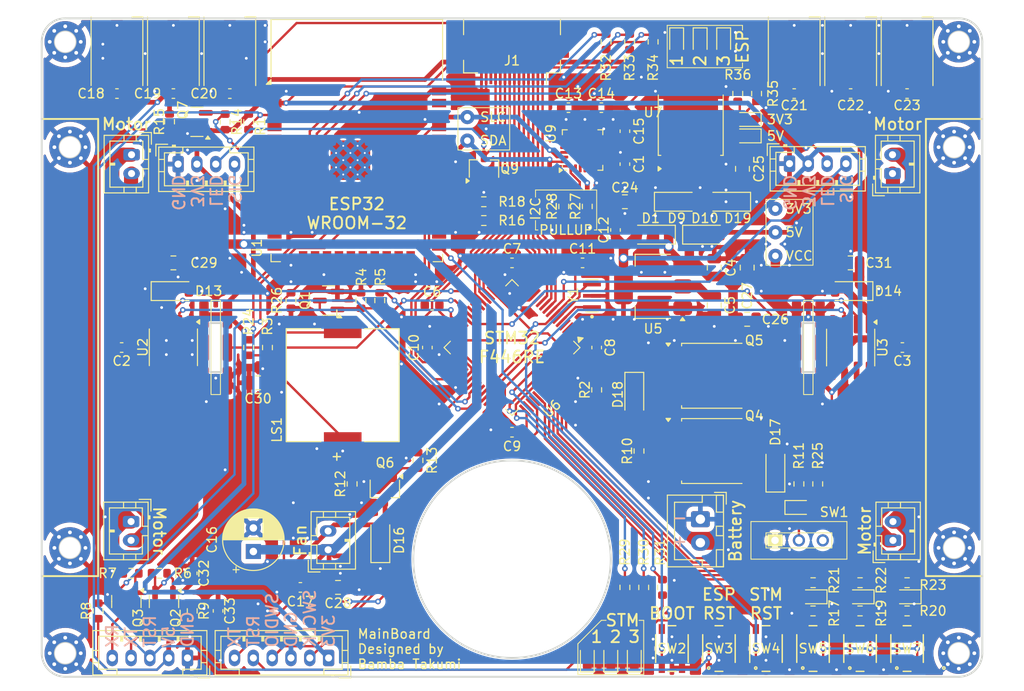
<source format=kicad_pcb>
(kicad_pcb (version 20240108) (generator "pcbnew") (generator_version "8.0")
  (layers (0 "F.Cu" signal) (31 "B.Cu" signal) (34 "B.Paste" user) (35 "F.Paste" user) (36 "B.SilkS" user "B.Silkscreen") (37 "F.SilkS" user "F.Silkscreen") (38 "B.Mask" user) (39 "F.Mask" user) (44 "Edge.Cuts" user))
  (net 0 "")
  (net 1 "GND")
  (net 2 "Net-(PH1-Pin_2)")
  (net 3 "Net-(PH1-Pin_1)")
  (net 4 "Net-(PH3-Pin_2)")
  (net 5 "Net-(PH3-Pin_1)")
  (net 6 "VCC")
  (net 7 "+3.3V")
  (net 8 "Net-(U6-VCAP_1)")
  (net 9 "Net-(Q1-D)")
  (net 10 "Net-(Q1-G)")
  (net 11 "TXD0_HV")
  (net 12 "RXD0_LV")
  (net 13 "RXD0_HV")
  (net 14 "Net-(U6-BOOT0)")
  (net 15 "BUZZER")
  (net 16 "+5V")
  (net 18 "Net-(D23-A)")
  (net 19 "Net-(U9-CPOUT)")
  (net 20 "Net-(D24-A)")
  (net 22 "Net-(D25-A)")
  (net 28 "ESP_RX")
  (net 31 "TXD0_LV")
  (net 41 "ESP_TX")
  (net 42 "Net-(U9-REGOUT)")
  (net 45 "LM_IN1")
  (net 48 "LM_IN2")
  (net 50 "RM_IN1")
  (net 52 "RM_IN2")
  (net 53 "PH1")
  (net 60 "LINE_LED")
  (net 61 "L_LINE")
  (net 62 "Net-(D19-A)")
  (net 63 "R_LINE")
  (net 70 "LINE_LED_SIG")
  (net 71 "R_ENCODER")
  (net 73 "PH0")
  (net 74 "+BATT")
  (net 75 "Net-(Q4-G)")
  (net 76 "Net-(D3-DOUT)")
  (net 77 "Net-(D4-DOUT)")
  (net 78 "Net-(D5-DOUT)")
  (net 79 "Net-(D6-DOUT)")
  (net 80 "Net-(D7-DOUT)")
  (net 81 "Net-(D16-A)")
  (net 82 "LINE_8")
  (net 83 "LINE_9")
  (net 84 "LINE_6")
  (net 85 "L_ENCODER")
  (net 86 "LINE_3")
  (net 87 "LINE_10")
  (net 88 "Net-(Q9-G)")
  (net 89 "NRST")
  (net 90 "LINE_5")
  (net 91 "Net-(Q6-G)")
  (net 92 "FAN_MOTOR")
  (net 93 "LINE_7")
  (net 94 "SWDIO")
  (net 96 "RGB_LED_LV")
  (net 97 "RGB_LED_HV")
  (net 98 "Net-(SW1-B)")
  (net 99 "Net-(D17-A)")
  (net 100 "Net-(SW2-A)")
  (net 102 "LINE_1")
  (net 103 "LINE_4")
  (net 104 "LINE_2")
  (net 105 "ESP32_RST")
  (net 106 "SWCLK")
  (net 107 "PC_TX")
  (net 108 "BUTTON_1")
  (net 109 "BUTTON_2")
  (net 110 "BUTTON_3")
  (net 111 "Net-(D11-A)")
  (net 112 "Net-(D12-A)")
  (net 113 "Net-(D15-A)")
  (net 114 "STM_LED_1")
  (net 115 "STM_LED_2")
  (net 116 "STM_LED_3")
  (net 117 "Net-(D2-A)")
  (net 118 "SCL")
  (net 119 "SDA")
  (net 134 "Net-(U1-IO13)")
  (net 136 "Net-(D20-A)")
  (net 137 "Net-(D21-A)")
  (net 138 "Net-(D22-A)")
  (net 139 "STM_LED_4")
  (net 140 "STM_LED_5")
  (net 141 "STM_LED_6")
  (net 142 "ESP_LED_1")
  (net 143 "ESP_LED_2")
  (net 144 "ESP_LED_3")
  (net 145 "Net-(D26-A)")
  (net 146 "Net-(D27-A)")
  (footprint "Resistor_SMD:R_0603_1608Metric" (layer "F.Cu") (at 176 73 90)
    (property "Reference" "R35")
    (property "Value" "1k")
  )
  (footprint "switch:SW4_SKRPABE010_ALPS" (layer "F.Cu") (at 192 132 180)
    (property "Reference" "SW7")
    (property "Value" "SW_MEC_5E")
  )
  (footprint "Package_TO_SOT_SMD:SOT-23" (layer "F.Cu") (at 130.5 95 180)
    (property "Reference" "Q1")
    (property "Value" "BSS138")
  )
  (footprint "LED_SMD:LED_0603_1608Metric" (layer "F.Cu") (at 187 126.5 180)
    (property "Reference" "D12" (hide yes))
    (property "Value" "LED")
  )
  (footprint "Resistor_SMD:R_0603_1608Metric" (layer "F.Cu") (at 155.5 85 90)
    (property "Reference" "R28")
    (property "Value" "4.7k")
  )
  (footprint "Diode_SMD:D_SOD-123" (layer "F.Cu") (at 165 88 180)
    (property "Reference" "D1")
    (property "Value" "SS2040FL")
  )
  (footprint "LED_SMD:LED_0603_1608Metric" (layer "F.Cu") (at 160.5 133 90)
    (property "Reference" "D21" (hide yes))
    (property "Value" "LED")
  )
  (footprint "Capacitor_SMD:C_0603_1608Metric" (layer "F.Cu") (at 162 77 90)
    (property "Reference" "C15")
    (property "Value" "0.1uf")
  )
  (footprint "Resistor_SMD:R_0603_1608Metric" (layer "F.Cu") (at 166 125.5 -90)
    (property "Reference" "R31")
    (property "Value" "1k")
  )
  (footprint "MountingHole:MountingHole_2.2mm_M2_Pad_Via" (layer "F.Cu") (at 197 121.3)
    (property "Reference" "H8" (hide yes))
    (property "Value" "MountingHole_Pad")
  )
  (footprint "Resistor_SMD:R_0603_1608Metric" (layer "F.Cu") (at 192 128)
    (property "Reference" "R20")
    (property "Value" "10k")
  )
  (footprint "switch:SW4_SKRPABE010_ALPS" (layer "F.Cu") (at 177 132 180)
    (property "Reference" "SW4")
    (property "Value" "SW_MEC_5E")
  )
  (footprint "Capacitor_SMD:C_0603_1608Metric" (layer "F.Cu") (at 150 91)
    (property "Reference" "C7")
    (property "Value" "0.1uf")
  )
  (footprint "Capacitor_SMD:C_0805_2012Metric" (layer "F.Cu") (at 175 91.5 90)
    (property "Reference" "C27")
    (property "Value" "10uf")
  )
  (footprint "LED_SMD:LED_WS2812B_PLCC4_5.0x5.0mm_P3.2mm" (layer "F.Cu") (at 120 68.5 90)
    (property "Reference" "D5" (hide yes))
    (property "Value" "WS2812B")
  )
  (footprint "LED_SMD:LED_0603_1608Metric" (layer "F.Cu") (at 182 126.5 180)
    (property "Reference" "D11" (hide yes))
    (property "Value" "LED")
  )
  (footprint "LED_SMD:LED_0603_1608Metric" (layer "F.Cu") (at 172.5 67.5 -90)
    (property "Reference" "D23" (hide yes))
    (property "Value" "LED")
  )
  (footprint "Capacitor_SMD:C_0603_1608Metric" (layer "F.Cu") (at 191.5 100 180)
    (property "Reference" "C3")
    (property "Value" "0.1uf")
  )
  (footprint "Resistor_SMD:R_0603_1608Metric" (layer "F.Cu") (at 187 125 180)
    (property "Reference" "R22")
    (property "Value" "1k")
  )
  (footprint "Package_TO_SOT_SMD:TSOT-23" (layer "F.Cu") (at 147 81 90)
    (property "Reference" "Q9")
    (property "Value" "Q_NMOS_GSD")
  )
  (footprint "RF_Module:ESP32-WROOM-32" (layer "F.Cu") (at 133.5 80.99)
    (property "Reference" "U1")
    (property "Value" "ESP32-WROOM-32")
  )
  (footprint "Capacitor_SMD:C_0805_2012Metric" (layer "F.Cu") (at 171.5 91.5 90)
    (property "Reference" "C4")
    (property "Value" "10uf")
  )
  (footprint "PKLCS1212E4001-R1:SPKR_PKLCS1212E4001-R1" (layer "F.Cu") (at 132 104 90)
    (property "Reference" "LS1")
    (property "Value" "PKLCS1212E4001-R1")
  )
  (footprint "Resistor_SMD:R_0603_1608Metric" (layer "F.Cu") (at 119.5 76.01 90)
    (property "Reference" "R14")
    (property "Value" "10k")
  )
  (footprint "Library:encoder" (layer "F.Cu") (at 181.5 100 180)
    (property "Reference" "U8" (hide yes))
    (property "Value" "encoder")
  )
  (footprint "Connector_JST:JST_XH_B2B-XH-A_1x02_P2.50mm_Vertical" (layer "F.Cu") (at 170.025 118.25 -90)
    (property "Reference" "J2" (hide yes))
    (property "Value" "Conn_01x02")
  )
  (footprint "Resistor_SMD:R_0603_1608Metric" (layer "F.Cu") (at 174 73 90)
    (property "Reference" "R36")
    (property "Value" "1k")
  )
  (footprint "Resistor_SMD:R_0603_1608Metric" (layer "F.Cu") (at 182.5 114.5 90)
    (property "Reference" "R25")
    (property "Value" "1k")
  )
  (footprint "Capacitor_SMD:C_0603_1608Metric" (layer "F.Cu") (at 157.5 91 180)
    (property "Reference" "C11")
    (property "Value" "0.1uf")
  )
  (footprint "Diode_SMD:D_SOD-123" (layer "F.Cu") (at 173 84.5 180)
    (property "Reference" "D19")
    (property "Value" "SS2040FL")
  )
  (footprint "Connector_JST:JST_PH_B4B-PH-K_1x04_P2.00mm_Vertical" (layer "F.Cu") (at 114.5 80.5)
    (property "Reference" "J3" (hide yes))
    (property "Value" "Conn_01x04")
  )
  (footprint "Diode_SMD:D_SOD-123" (layer "F.Cu") (at 167.5 84.5)
    (property "Reference" "D9")
    (property "Value" "SS2040FL")
  )
  (footprint "Connector_JST:JST_PH_B4B-PH-K_1x04_P2.00mm_Vertical" (layer "F.Cu") (at 179.5 80.45)
    (property "Reference" "J4" (hide yes))
    (property "Value" "Conn_01x04")
  )
  (footprint "Resistor_SMD:R_0603_1608Metric" (layer "F.Cu") (at 192 125 180)
    (property "Reference" "R23")
    (property "Value" "1k")
  )
  (footprint "Capacitor_SMD:C_0805_2012Metric" (layer "F.Cu") (at 171.5 95.5 -90)
    (property "Reference" "C5")
    (property "Value" "10uf")
  )
  (footprint "Capacitor_SMD:C_0603_1608Metric" (layer "F.Cu") (at 159 100 -90)
    (property "Reference" "C8")
    (property "Value" "0.1uf")
  )
  (footprint "switch:SW4_SKRPABE010_ALPS" (layer "F.Cu") (at 167 132 180)
    (property "Reference" "SW2")
    (property "Value" "SW_MEC_5E")
  )
  (footprint "Resistor_SMD:R_0603_1608Metric" (layer "F.Cu") (at 106 128 90)
    (property "Reference" "R8")
    (property "Value" "10k")
  )
  (footprint "Resistor_SMD:R_0603_1608Metric" (layer "F.Cu") (at 163.5 111 -90)
    (property "Reference" "R10")
    (property "Value" "10k")
  )
  (footprint "Resistor_SMD:R_0603_1608Metric" (layer "F.Cu") (at 147 86.5 180)
    (property "Reference" "R16")
    (property "Value" "10")
  )
  (footprint "Resistor_SMD:R_0603_1608Metric" (layer "F.Cu") (at 159 104.5 -90)
    (property "Reference" "R2")
    (property "Value" "10k")
  )
  (footprint "Capacitor_SMD:C_0805_2012Metric" (layer "F.Cu") (at 175 97)
    (property "Reference" "C26")
    (property "Value" "10uf")
  )
  (footprint "Resistor_SMD:R_0603_1608Metric" (layer "F.Cu") (at 182 128)
    (property "Reference" "R17")
    (property "Value" "10k")
  )
  (footprint "Capacitor_SMD:C_0603_1608Metric" (layer "F.Cu") (at 141.5 95.5)
    (property "Reference" "C6")
    (property "Value" "4.7f")
  )
  (footprint "Resistor_SMD:R_0603_1608Metric" (layer "F.Cu") (at 113.59 75.99 -90)
    (property "Reference" "R15")
    (property "Value" "10k")
  )
  (footprint "Capacitor_SMD:C_0603_1608Metric" (layer "F.Cu") (at 156 74.5 180)
    (property "Reference" "C13")
    (property "Value" "2200pf")
  )
  (footprint "Capacitor_SMD:C_0805_2012Metric" (layer "F.Cu") (at 162 84.5 180)
    (property "Reference" "C24")
    (property "Value" "10uf")
  )
  (footprint "Capacitor_SMD:C_0805_2012Metric" (layer "F.Cu") (at 114 91 180)
    (property "Reference" "C29")
    (property "Value" "10uf")
  )
  (footprint "Capacitor_SMD:C_0603_1608Metric" (layer "F.Cu") (at 141 100 90)
    (property "Reference" "C10")
    (property "Value" "0.1uf")
  )
  (footprint "LED_SMD:LED_WS2812B_PLCC4_5.0x5.0mm_P3.2mm" (layer "F.Cu") (at 108 68.5 90)
    (property "Reference" "D3" (hide yes))
    (property "Value" "WS2812B")
  )
  (footprint "LED_SMD:LED_0603_1608Metric" (layer "F.Cu") (at 192 126.5 180)
    (property "Reference" "D15" (hide yes))
    (property "Value" "LED")
  )
  (footprint "Connector_JST:JST_PH_B5B-PH-K_1x05_P2.00mm_Vertical" (layer "F.Cu") (at 115.5 133 180)
    (property "Reference" "PH6" (hide yes))
    (property "Value" "Conn_01x05")
  )
  (footprint "Diode_SMD:D_SOD-123" (layer "F.Cu") (at 114 94)
    (property "Reference" "D13")
    (property "Value" "SS2040FL")
  )
  (footprint "MountingHole:MountingHole_2.2mm_M2_Pad_Via" (layer "F.Cu") (at 103 78.7)
    (property "Reference" "H5" (hide yes))
    (property "Value" "MountingHole_Pad")
  )
  (footprint "Capacitor_THT:CP_Radial_D6.3mm_P2.50mm" (layer "F.Cu") (at 122.5 121.68238 90)
    (property "Reference" "C16")
    (property "Value" "100uf")
  )
  (footprint "TestPoint:TestPoint_THTPad_D1.5mm_Drill0.7mm" (layer "F.Cu") (at 178 90.25)
    (property "Reference" "TP5" (hide yes))
    (property "Value" "TestPoint")
  )
  (footprint "Resistor_SMD:R_0603_1608Metric" (layer "F.Cu") (at 122 76 -90)
    (property "Reference" "R1")
    (property "Value" "10k")
  )
  (footprint "Resistor_SMD:R_0603_1608Metric" (layer "F.Cu") (at 126.5 95 -90)
    (property "Reference" "R26")
    (property "Value" "330")
  )
  (footprint "Resistor_SMD:R_0603_1608Metric" (layer "F.Cu") (at 135.9375 95 -90)
    (property "Reference" "R5")
    (property "Value" "10")
  )
  (footprint "LED_SMD:LED_WS2812B_PLCC4_5.0x5.0mm_P3.2mm" (layer "F.Cu") (at 186 68.5 90)
    (property "Reference" "D7" (hide yes))
    (property "Value" "WS2812B")
  )
  (footprint "LED_SMD:LED_0603_1608Metric" (layer "F.Cu") (at 175 75.75 180)
    (property "Reference" "D27" (hide yes))
    (property "Value" "LED" (hide yes))
  )
  (footprint "Capacitor_SMD:C_0805_2012Metric" (layer "F.Cu") (at 131.5 125.5 180)
    (property "Reference" "C28")
    (property "Value" "10uf")
  )
  (footprint "Resistor_SMD:R_0603_1608Metric" (layer "F.Cu") (at 182.01 125 180)
    (property "Reference" "R21")
    (property "Value" "1k")
  )
  (footprint "Resistor_SMD:R_0603_1608Metric" (layer "F.Cu") (at 109.5 124 180)
    (property "Reference" "R7")
    (property "Value" "10k")
  )
  (footprint "MountingHole:MountingHole_2.2mm_M2_Pad_Via" (layer "F.Cu") (at 102.5 132.5)
    (property "Reference" "H4" (hide yes))
    (property "Value" "MountingHole_Pad")
  )
  (footprint "Resistor_SMD:R_0603_1608Metric" (layer "F.Cu") (at 180.5 114.5 90)
    (property "Reference" "R11")
    (property "Value" "100")
  )
  (footprint "Capacitor_SMD:C_0805_2012Metric" (layer "F.Cu") (at 186 91)
    (property "Reference" "C31")
    (property "Value" "10uf")
  )
  (footprint "Capacitor_SMD:C_0603_1608Metric" (layer "F.Cu") (at 162 80.5 -90)
    (property "Reference" "C1")
    (property "Value" "0.1uf")
  )
  (footprint "Capacitor_SMD:C_0603_1608Metric" (layer "F.Cu") (at 116 124 -90)
    (property "Reference" "C32")
    (property "Value" "0.1uf")
  )
  (footprint "Capacitor_SMD:C_0603_1608Metric" (layer "F.Cu") (at 180 73 180)
    (property "Reference" "C21")
    (property "Value" "0.1uf")
  )
  (footprint "Resistor_SMD:R_0603_1608Metric" (layer "F.Cu") (at 133.9375 95 -90)
    (property "Reference" "R4")
    (property "Value" "10k")
  )
  (footprint "Resistor_SMD:R_0603_1608Metric" (layer "F.Cu") (at 147 84.5 180)
    (property "Reference" "R18")
    (property "Value" "10k")
  )
  (footprint "Capacitor_SMD:C_0805_2012Metric" (layer "F.Cu") (at 123 103.75 180)
    (property "Reference" "C30")
    (property "Value" "10uf")
  )
  (footprint "Connector_JST:JST_PH_B2B-PH-K_1x02_P2.00mm_Vertical" (layer "F.Cu") (at 190.5 120.5 90)
    (property "Reference" "PH4" (hide yes))
    (property "Value" "Conn_01x02")
  )
  (footprint "Capacitor_SMD:C_0603_1608Metric" (layer "F.Cu") (at 161 87.5 90)
    (property "Reference" "C12")
    (property "Value" "0.1uf")
  )
  (footprint "Package_SO:HSOP-8-1EP_3.9x4.9mm_P1.27mm_EP2.3x2.3mm" (layer "F.Cu") (at 186 100 -90)
    (property "Reference" "U3")
    (property "Value" "TB67H450FNG")
  )
  (footprint "Package_TO_SOT_SMD:SOT-23" (layer "F.Cu") (at 109 127 -90)
    (property "Reference" "Q3")
    (property "Value" "BSS138")
  )
  (footprint "Package_TO_SOT_SMD:TO-252-2" (layer "F.Cu") (at 171.34 111.0025)
    (property "Reference" "Q4")
    (property "Value" "Q_PMOS_GDS")
  )
  (footprint "Diode_SMD:D_SOD-123" (layer "F.Cu") (at 178 113 90)
    (property "Reference" "D17")
    (property "Value" "SS2040FL")
  )
  (footprint "Diode_SMD:D_SOD-123" (layer "F.Cu") (at 186 94 180)
    (property "Reference" "D14")
    (property "Value" "SS2040FL")
  )
  (footprint "LED_SMD:LED_WS2812B_PLCC4_5.0x5.0mm_P3.2mm" (layer "F.Cu") (at 180 68.5 90)
    (property "Reference" "D6" (hide yes))
    (property "Value" "WS2812B")
  )
  (footprint "switch:SW4_SKRPABE010_ALPS" (layer "F.Cu") (at 172 132 180)
    (property "Reference" "SW3")
    (property "Value" "SW_MEC_5E")
  )
  (footprint "Capacitor_SMD:C_0603_1608Metric" (layer "F.Cu") (at 127.5 125.5)
    (property "Reference" "C17")
    (property "Value" "0.1uf")
  )
  (footprint "Resistor_SMD:R_0603_1608Metric" (layer "F.Cu") (at 187 128)
    (property "Reference" "R19")
    (property "Value" "10k")
  )
  (footprint "Diode_SMD:D_SOD-123" (layer "F.Cu") (at 170.5 88)
    (property "Reference" "D10")
    (property "Value" "SS2040FL")
  )
  (footprint "switch:SS-12SDP2" (layer "F.Cu") (at 180.5 120.5)
    (property "Reference" "SW1")
    (property "Value" "SW_SPDT" (hide yes))
  )
  (footprint "MountingHole:MountingHole_2.2mm_M2_Pad_Via" (layer "F.Cu") (at 103 121.3)
    (property "Reference" "H7" (hide yes))
    (property "Value" "MountingHole_Pad")
  )
  (footprint "Connector_JST:JST_PH_B2B-PH-K_1x02_P2.00mm_Vertical" (layer "F.Cu") (at 130.45 121.5 90)
    (property "Reference" "PH5" (hide yes))
    (property "Value" "Conn_01x02")
  )
  (footprint "Resistor_SMD:R_0603_1608Metric" (layer "F.Cu") (at 165 67.5 -90)
    (property "Reference" "R34")
    (property "Value" "1k")
  )
  (footprint "Capacitor_SMD:C_0603_1608Metric" (layer "F.Cu") (at 159.5 74.5 180)
    (property "Reference" "C14")
    (property "Value" "0.01uf")
  )
  (footprint "Package_QFP:LQFP-64_10x10mm_P0.5mm" (layer "F.Cu") (at 150 100 -135)
    (property "Reference" "U6")
    (property "Value" "STM32F446RETx")
  )
  (footprint "Resistor_SMD:R_0603_1608Metric" (layer "F.Cu") (at 140 112 90)
    (property "Reference" "R13")
    (property "Value" "10")
  )
  (footprint "Capacitor_SMD:C_0603_1608Metric" (layer "F.Cu") (at 150 109)
    (property "Reference" "C9")
    (property "Value" "0.1uf")
  )
  (footprint "Capacitor_SMD:C_0603_1608Metric" (layer "F.Cu") (at 108 73 180)
    (property "Reference" "C18")
    (property "Value" "0.1uf")
  )
  (footprint "TestPoint:TestPoint_THTPad_D1.5mm_Drill0.7mm" (layer "F.Cu") (at 145.25 75.5)
    (property "Reference" "TP1" (hide yes))
    (property "Value" "TestPoint")
  )
  (footprint "Resistor_SMD:R_0603_1608Metric" (layer "F.Cu") (at 164 125.5 -90)
    (property "Reference" "R30")
    (property "Value" "1k")
  )
  (footprint "Resistor_SMD:R_0603_1608Metric" (layer "F.Cu") (at 124 100 -90)
    (property "Reference" "R3")
    (property "Value" "1k")
  )
  (footprint "Capacitor_SMD:C_0603_1608Metric" (layer "F.Cu") (at 120 73 180)
    (property "Reference" "C20")
    (property "Value" "0.1uf")
  )
  (footprint "Capacitor_SMD:C_0603_1608Metric" (layer "F.Cu") (at 118.75 128 -90)
    (property "Reference" "C33")
    (property "Value" "0.1uf")
  )
  (footprint "Package_SO:HSOP-8-1EP_3.9x4.9mm_P1.27mm_EP2.3x2.3mm" (layer "F.Cu") (at 114 99.975 -90)
    (property "Reference" "U2")
    (property "Value" "TB67H450FNG")
  )
  (footprint "MountingHole:MountingHole_2.2mm_M2_Pad_Via" (layer "F.Cu") (at 197 78.7)
    (property "Reference" "H6" (hide yes))
    (property "Value" "MountingHole_Pad")
  )
  (footprint "Package_TO_SOT_SMD:SOT-23" (layer "F.Cu") (at 116.5 76 180)
    (property "Reference" "Q7")
    (property "Value" "BSS138")
  )
  (footprint "LED_SMD:LED_0603_1608Metric" (layer "F.Cu") (at 158 133 90)
    (property "Reference" "D20" (hide yes))
    (property "Value" "LED")
  )
  (footprint "switch:SW4_SKRPABE010_ALPS" (layer "F.Cu") (at 187 132 180)
    (property "Reference" "SW6")
    (property "Value" "SW_MEC_5E")
  )
  (footprint "Package_TO_SOT_SMD:TO-252-2" (layer "F.Cu") (at 171.34 103.0025)
    (property "Reference" "Q5")
    (property "Value" "Q_PMOS_GDS")
  )
  (footprint "Connector_JST:JST_PH_B2B-PH-K_1x02_P2.00mm_Vertical" (layer "F.Cu") (at 109.5 118.5 -90)
    (property "Reference" "PH2" (hide yes))
    (property "Value" "Conn_01x02")
  )
  (footprint "LED_SMD:LED_0603_1608Metric" (layer "F.Cu") (at 170 67.5 -90)
    (property "Reference" "D24" (hide yes))
    (property "Value" "LED")
  )
  (footprint "Capacitor_SMD:C_0603_1608Metric" (layer "F.Cu") (at 186 73 180)
    (property "Reference" "C22")
    (property "Value" "0.1uf")
  )
  (footprint "switch:SW4_SKRPABE010_ALPS" (layer "F.Cu") (at 182 132 180)
    (property "Reference" "SW5")
    (property "Value" "SW_MEC_5E")
  )
  (footprint "LED_SMD:LED_WS2812B_PLCC4_5.0x5.0mm_P3.2mm" (layer "F.Cu") (at 114 68.5 90)
    (property "Reference" "D4" (hide yes))
    (property "Value" "WS2812B")
  )
  (footprint "Resistor_SMD:R_0603_1608Metric" (layer "F.Cu") (at 162 125.5 -90)
    (property "Reference" "R29")
    (property "Value" "1k")
  )
  (footprint "LED_SMD:LED_0603_1608Metric" (layer "F.Cu") (at 163 133 90)
    (property "Reference" "D22" (hide yes))
    (property "Value" "LED")
  )
  (footprint "Resistor_SMD:R_0603_1608Metric" (layer "F.Cu") (at 133 114.5 -90)
    (property "Reference" "R12")
    (property "Value" "10k")
  )
  (footprint "Diode_SMD:D_SOD-123" (layer "F.Cu") (at 163 105 -90)
    (property "Reference" "D18")
    (property "Value" "SS2040FL")
  )
  (footprint "Resistor_SMD:R_0603_1608Metric" (layer "F.Cu") (at 162.5 67.5 -90)
    (property "Reference" "R33")
    (property "Value" "1k")
  )
  (footprint "Package_TO_SOT_SMD:TO-252-2" (layer "F.Cu") (at 169 76.26 90)
    (property "Reference" "U7")
    (property "Value" "LM78M05_TO252")
  )
  (footprint "Resistor_SMD:R_0603_1608Metric" (layer "F.Cu") (at 122 100 90)
    (property "Reference" "R24")
    (property "Value" "1k")
  )
  (footprint "Connector_JST:JST_PH_B2B-PH-K_1x02_P2.00mm_Vertical" (layer "F.Cu") (at 190.45 81.5 90)
    (property "Reference" "PH3" (hide yes))
    (property "Value" "Conn_01x02")
  )
  (footprint "Package_TO_SOT_SMD:SOT-223-3_TabPin2" (layer "F.Cu") (at 165 93.5 180)
    (property "Reference" "U5")
    (property "Value" "LM1117MP-3.3")
  )
  (footprint "Capacitor_SMD:C_0603_1608Metric" (layer "F.Cu") (at 114 73 180)
    (property "Reference" "C19")
    (property "Value" "0.1uf")
  )
  (footprint "Resistor_SMD:R_0603_1608Metric" (layer "F.Cu") (at 112.5 124 180)
    (property "Reference" "R6")
    (property "Value" "10k")
  )
  (footprint "LED_SMD:LED_0603_1608Metric" (layer "F.Cu") (at 180.5 117)
    (property "Reference" "D2" (hide yes))
    (property "Value" "LED")
  )
  (footprint "Diode_SMD:D_SOD-123" (layer "F.Cu") (at 136 120.5 90)
    (property "Reference" "D16")
    (property "Value" "SS2040FL")
  )
  (footprint "Connector_JST:JST_PH_B6B-PH-K_1x06_P2.00mm_Vertical" (layer "F.Cu") (at 130.5 133 180)
    (property "Reference" "PH7" (hide yes))
    (property "Value" "Conn_01x06")
  )
  (footprint "LED_SMD:LED_0603_1608Metric" (layer "F.Cu") (at 175 77.5 180)
    (property "Reference" "D26" (hide yes))
    (property "Value" "LED" (hide yes))
  )
  (footprint "Resistor_SMD:R_0603_1608Metric" (layer "F.Cu") (at 160 67.5 -90)
    (property "Reference" "R32")
    (property "Value" "1k")
  )
  (footprint "Library:encoder" (layer "F.Cu") (at 118.5 100)
    (property "Reference" "U4" (hide yes))
    (property "Value" "encoder")
  )
  (footprint "Capacitor_SMD:C_0805_2012Metric" (layer "F.Cu") (at 174.5 81 90)
    (property "Reference" "C25")
    (property "Value" "10uf")
  )
  (footprint "TestPoint:TestPoint_THTPad_D1.5mm_Drill0.7mm" (layer "F.Cu") (at 178 85.25)
    (property "Reference" "TP3" (hide yes))
    (property "Value" "TestPoint")
  )
  (footprint "Resistor_SMD:R_0603_1608Metric" (layer "F.Cu") (at 116 128 90)
    (property "Reference" "R9")
    (property "Value" "10k")
  )
  (footprint "CSTNE16M0V530000R0:OSC_CSTNE16M0V530000R0" (layer "F.Cu") (at 158.5 94.5 90)
    (property "Reference" "Y1")
    (property "Value" "CSTNE16M0V530000R0")
  )
  (footprint "TestPoint:TestPoint_THTPad_D1.5mm_Drill0.7mm" (layer "F.Cu") (at 178 87.75)
    (property "Reference" "TP4" (hide yes))
    (property "Value" "TestPoint")
  )
  (footprint "MountingHole:MountingHole_2.2mm_M2_Pad_Via" (layer "F.Cu") (at 102.5 67.5)
    (property "Reference" "H1" (hide yes))
    (property "Value" "MountingHole_Pad")
  )
  (footprint "Package_TO_SOT_SMD:TSOT-23" (layer "F.Cu") (at 136.5 115 -90)
    (property "Reference" "Q6")
    (property "Value" "Q_NMOS_GSD")
  )
  (footprint "TestPoint:TestPoint_THTPad_D1.5mm_Drill0.7mm" (layer "F.Cu") (at 145.25 78)
    (property "Reference" "TP2" (hide yes))
    (property "Value" "TestPoint")
  )
  (footprint "Connector_JST:JST_PH_B2B-PH-K_1x02_P2.00mm_Vertical" (layer "F.Cu") (at 109.55 79.5 -90)
    (property "Reference" "PH1" (hide yes))
    (property "Value" "Conn_01x02")
  )
  (footprint "Sensor_Motion:InvenSense_QFN-24_4x4mm_P0.5mm" (layer "F.Cu") (at 157.5 79 90)
    (property "Reference" "U9")
    (property "Value" "MPU-6050")
  )
  (footprint "Capacitor_SMD:C_0603_1608Metric" (layer "F.Cu") (at 192 73 180)
    (property "Reference" "C23")
    (property "Value" "0.1uf")
  )
  (footprint "MountingHole:MountingHole_2.2mm_M2_Pad_Via" (layer "F.Cu") (at 197.5 132.5)
    (property "Reference" "H3" (hide yes))
    (property "Value" "MountingHole_Pad")
  )
  (footprint "Package_TO_SOT_SMD:SOT-23" (layer "F.Cu") (at 113 127 -90)
    (property "Reference" "Q2")
    (property "Value" "BSS138")
  )
  (footprint "LED_SMD:LED_0603_1608Metric" (layer "F.Cu") (at 167.5 67.5 -90)
    (property "Reference" "D25" (hide yes))
    (property "Value" "LED")
  )
  (footprint "Resistor_SMD:R_0603_1608Metric" (layer "F.Cu") (at 158 85 90)
    (property "Reference" "R27")
    (property "Value" "4.7k")
  )
  (footprint "LED_SMD:LED_WS2812B_PLCC4_5.0x5.0mm_P3.2mm" (layer "F.Cu") (at 192 68.5 90)
    (property "Reference" "D8" (hide yes))
    (property "Value" "WS2812B")
  )
  (footprint "Connector_FFC-FPC:Hirose_FH12-14S-0.5SH_1x14-1MP_P0.50mm_Horizontal" (layer "F.Cu") (at 150 69.5 180)
    (property "Reference" "J1")
    (property "Value" "Conn_01x14")
  )
  (footprint "Capacitor_SMD:C_0603_1608Metric" (layer "F.Cu") (at 108.5 100 180)
    (property "Reference" "C2")
    (property "Value" "0.1uf")
  )
  (footprint "MountingHole:MountingHole_2.2mm_M2_Pad_Via" (layer "F.Cu") (at 197.5 67.5)
    (property "Reference" "H2" (hide yes))
    (property "Value" "MountingHole_Pad")
  )
  (gr_line (start 157 134.75) (end 157 131.5) (stroke (width 0.1)) (layer "F.SilkS"))
  (gr_line (start 194 75.7) (end 200 75.7) (stroke (width 0.2)) (layer "F.SilkS"))
  (gr_line (start 194 124.3) (end 200 124.3) (stroke (width 0.2)) (layer "F.SilkS"))
  (gr_line (start 164 134.75) (end 157 134.75) (stroke (width 0.1)) (layer "F.SilkS"))
  (gr_line (start 106 75.7) (end 106 124.3) (stroke (width 0.2)) (layer "F.SilkS"))
  (gr_line (start 159 83.25) (end 152.5 83.25) (stroke (width 0.1)) (layer "F.SilkS"))
  (gr_rect (start 177 84.25) (end 182 91.25) (stroke (width 0.1)) (fill none) (layer "F.SilkS"))
  (gr_line (start 159.5 129) (end 157 131.5) (stroke (width 0.1)) (layer "F.SilkS"))
  (gr_line (start 194 75.7) (end 194 124.3) (stroke (width 0.2)) (layer "F.SilkS"))
  (gr_line (start 174.5 65.75) (end 166.5 65.75) (stroke (width 0.1)) (layer "F.SilkS"))
  (gr_line (start 174.5 70.25) (end 174.5 69.75) (stroke (width 0.1)) (layer "F.SilkS"))
  (gr_line (start 166.5 70.25) (end 174.5 70.25) (stroke (width 0.1)) (layer "F.SilkS"))
  (gr_line (start 152.5 86.5) (end 152.5 87.5) (stroke (width 0.1)) (layer "F.SilkS"))
  (gr_line (start 152.5 87.5) (end 152.75 87.5) (stroke (width 0.1)) (layer "F.SilkS"))
  (gr_line (start 152.5 83.25) (end 152.5 84) (stroke (width 0.1)) (layer "F.SilkS"))
  (gr_line (start 160 129) (end 159.5 129) (stroke (width 0.1)) (layer "F.SilkS"))
  (gr_line (start 106 124.3) (end 100 124.3) (stroke (width 0.2)) (layer "F.SilkS"))
  (gr_line (start 164 129) (end 163.5 129) (stroke (width 0.1)) (layer "F.SilkS"))
  (gr_rect (start 144.25 74.5) (end 149.75 79) (stroke (width 0.1)) (fill none) (layer "F.SilkS"))
  (gr_line (start 174.5 66.25) (end 174.5 65.75) (stroke (width 0.1)) (layer "F.SilkS"))
  (gr_line (start 159 87.5) (end 159 83.25) (stroke (width 0.1)) (layer "F.SilkS"))
  (gr_line (start 100 75.7) (end 106 75.7) (stroke (width 0.2)) (layer "F.SilkS"))
  (gr_line (start 164 134.75) (end 164 129) (stroke (width 0.1)) (layer "F.SilkS"))
  (gr_line (start 166.5 65.75) (end 166.5 70.25) (stroke (width 0.1)) (layer "F.SilkS"))
  (gr_line (start 159 87.5) (end 158.75 87.5) (stroke (width 0.1)) (layer "F.SilkS"))
  (gr_arc (start 197.5 65.000001) (mid 199.267767 65.732234) (end 200 67.500001) (stroke (width 0.2)) (layer "Edge.Cuts"))
  (gr_arc (start 102.500001 135.000001) (mid 100.732233 134.267768) (end 100 132.500001) (stroke (width 0.2)) (layer "Edge.Cuts"))
  (gr_circle (center 103 78.700001) (end 104.1 78.700001) (stroke (width 0.2)) (fill none) (layer "Edge.Cuts"))
  (gr_line (start 102.500001 135.000001) (end 197.5 135.000001) (stroke (width 0.2)) (layer "Edge.Cuts"))
  (gr_circle (center 102.5 67.500001) (end 103.6 67.500001) (stroke (width 0.2)) (fill none) (layer "Edge.Cuts"))
  (gr_line (start 180.9 102.600001) (end 180.9 97.400001) (stroke (width 0.2)) (layer "Edge.Cuts"))
  (gr_circle (center 102.5 132.500001) (end 103.6 132.500001) (stroke (width 0.2)) (fill none) (layer "Edge.Cuts"))
  (gr_line (start 119.1 102.600001) (end 117.9 102.600001) (stroke (width 0.2)) (layer "Edge.Cuts"))
  (gr_line (start 182.1 102.600001) (end 180.9 102.600001) (stroke (width 0.2)) (layer "Edge.Cuts"))
  (gr_line (start 117.9 97.400001) (end 119.1 97.400001) (stroke (width 0.2)) (layer "Edge.Cuts"))
  (gr_line (start 182.1 97.400001) (end 182.1 102.600001) (stroke (width 0.2)) (layer "Edge.Cuts"))
  (gr_arc (start 100 67.5) (mid 100.732234 65.732233) (end 102.500001 65.000001) (stroke (width 0.2)) (layer "Edge.Cuts"))
  (gr_circle (center 197 121.300001) (end 198.1 121.300001) (stroke (width 0.2)) (fill none) (layer "Edge.Cuts"))
  (gr_circle (center 197 78.700001) (end 198.1 78.700001) (stroke (width 0.2)) (fill none) (layer "Edge.Cuts"))
  (gr_circle (center 150 122.500001) (end 160.5 122.500001) (stroke (width 0.2)) (fill none) (layer "Edge.Cuts"))
  (gr_line (start 117.9 102.600001) (end 117.9 97.400001) (stroke (width 0.2)) (layer "Edge.Cuts"))
  (gr_arc (start 200 132.500001) (mid 199.267767 134.267768) (end 197.5 135.000001) (stroke (width 0.2)) (layer "Edge.Cuts"))
  (gr_line (start 180.9 97.400001) (end 182.1 97.400001) (stroke (width 0.2)) (layer "Edge.Cuts"))
  (gr_circle (center 197.5 67.500001) (end 198.6 67.500001) (stroke (width 0.2)) (fill none) (layer "Edge.Cuts"))
  (gr_line (start 197.5 65.000001) (end 102.500001 65.000001) (stroke (width 0.2)) (layer "Edge.Cuts"))
  (gr_line (start 200 132.500001) (end 200 67.500001) (stroke (width 0.2)) (layer "Edge.Cuts"))
  (gr_circle (center 197.5 132.500001) (end 198.6 132.500001) (stroke (width 0.2)) (fill none) (layer "Edge.Cuts"))
  (gr_line (start 100 67.5) (end 100 132.500001) (stroke (width 0.2)) (layer "Edge.Cuts"))
  (gr_line (start 119.1 97.400001) (end 119.1 102.600001) (stroke (width 0.2)) (layer "Edge.Cuts"))
  (gr_circle (center 103 121.300001) (end 104.1 121.300001) (stroke (width 0.2)) (fill none) (layer "Edge.Cuts"))
  (gr_text "3V3" (at 130.5 132 90) (layer "B.SilkS") (effects (font (size 1.25 1.25) (thickness 0.2)) (justify right mirror)))
  (gr_text "5V" (at 113.5 132 90) (layer "B.SilkS") (effects (font (size 1.25 1.25) (thickness 0.2)) (justify right mirror)))
  (gr_text "RST" (at 111.5 132 90) (layer "B.SilkS") (effects (font (size 1.25 1.25) (thickness 0.2)) (justify right mirror)))
  (gr_text "TX" (at 120.5 132 90) (layer "B.SilkS") (effects (font (size 1.25 1.25) (thickness 0.2)) (justify right mirror)))
  (gr_text "3V3" (at 181.5 81.5 -90) (layer "B.SilkS") (effects (font (size 1.25 1.25) (thickness 0.2)) (justify right mirror)))
  (gr_text "RST" (at 122.5 132 90) (layer "B.SilkS") (effects (font (size 1.25 1.25) (thickness 0.2)) (justify right mirror)))
  (gr_text "RX" (at 107.5 132 90) (layer "B.SilkS") (effects (font (size 1.25 1.25) (thickness 0.2)) (justify right mirror)))
  (gr_text "GND" (at 115.5 132 90) (layer "B.SilkS") (effects (font (size 1.25 1.25) (thickness 0.2)) (justify right mirror)))
  (gr_text "GND" (at 114.5 81.5 -90) (layer "B.SilkS") (effects (font (size 1.25 1.25) (thickness 0.2)) (justify right mirror)))
  (gr_text "GND" (at 179.5 81.5 -90) (layer "B.SilkS") (effects (font (size 1.25 1.25) (thickness 0.2)) (justify right mirror)))
  (gr_text "-\n" (at 168.75 118.25 180) (layer "B.SilkS") (effects (font (size 1.25 1.25) (thickness 0.2)) (justify right mirror)))
  (gr_text "TX" (at 109.5 132 90) (layer "B.SilkS") (effects (font (size 1.25 1.25) (thickness 0.2)) (justify right mirror)))
  (gr_text "GND" (at 126.5 132 90) (layer "B.SilkS") (effects (font (size 1.25 1.25) (thickness 0.2)) (justify right mirror)))
  (gr_text "SIG" (at 120.5 81.5 -90) (layer "B.SilkS") (effects (font (size 1.25 1.25) (thickness 0.2)) (justify right mirror)))
  (gr_text "3V3" (at 116.5 81.5 -90) (layer "B.SilkS") (effects (font (size 1.25 1.25) (thickness 0.2)) (justify right mirror)))
  (gr_text "SIG" (at 185.5 81.5 -90) (layer "B.SilkS") (effects (font (size 1.25 1.25) (thickness 0.2)) (justify right mirror)))
  (gr_text "LED" (at 118.5 81.5 -90) (layer "B.SilkS") (effects (font (size 1.25 1.25) (thickness 0.2)) (justify right mirror)))
  (gr_text "LED" (at 183.5 81.5 -90) (layer "B.SilkS") (effects (font (size 1.25 1.25) (thickness 0.2)) (justify right mirror)))
  (gr_text "SWCLK" (at 128.5 132 90) (layer "B.SilkS") (effects (font (size 1.25 1.25) (thickness 0.2)) (justify right mirror)))
  (gr_text "SWDIO" (at 124.5 132 90) (layer "B.SilkS") (effects (font (size 1.25 1.25) (thickness 0.2)) (justify right mirror)))
  (gr_text "+" (at 168.75 120.75 180) (layer "B.SilkS") (effects (font (size 1.25 1.25) (thickness 0.2)) (justify right mirror)))
  (gr_text "Motor" (at 191 76.25 0) (layer "F.SilkS") (effects (font (size 1.25 1.25) (thickness 0.2))))
  (gr_text "Motor" (at 187.5 119.5 90) (layer "F.SilkS") (effects (font (size 1.25 1.25) (thickness 0.2))))
  (gr_text "3V3" (at 179 85.25 0) (layer "F.SilkS") (effects (font (size 1 1)) (justify left)))
  (gr_text "3" (at 172.5 69.5 90) (layer "F.SilkS") (effects (font (size 1.25 1.25) (thickness 0.2))))
  (gr_text "MainBoard\nDesigned by\nBamba Takumi" (at 133.5 134.25 0) (layer "F.SilkS") (effects (font (size 1 1)) (justify left bottom)))
  (gr_text "Fan" (at 127.5 120.5 90) (layer "F.SilkS") (effects (font (size 1.25 1.25) (thickness 0.2))))
  (gr_text "2" (at 161 130.75 0) (layer "F.SilkS") (effects (font (size 1.25 1.25) (thickness 0.2))))
  (gr_text "1" (at 159 130.75 0) (layer "F.SilkS") (effects (font (size 1.25 1.25) (thickness 0.2))))
  (gr_text "3" (at 163 130.75 0) (layer "F.SilkS") (effects (font (size 1.25 1.25) (thickness 0.2))))
  (gr_text "STM\nRST" (at 177 129 0) (layer "F.SilkS") (effects (font (size 1.25 1.25) (thickness 0.2)) (justify bottom)))
  (gr_text "3V3" (at 177 75.75 0) (layer "F.SilkS") (effects (font (size 1 1)) (justify left)))
  (gr_text "Motor" (at 109 76.25 0) (layer "F.SilkS") (effects (font (size 1.25 1.25) (thickness 0.2))))
  (gr_text "SDA" (at 148 78 0) (layer "F.SilkS") (effects (font (size 1 1))))
  (gr_text "STM32\nF446RE" (at 150 100 0) (layer "F.SilkS") (effects (font (size 1.25 1.25) (thickness 0.2))))
  (gr_text "5V" (at 179 87.75 0) (layer "F.SilkS") (effects (font (size 1 1)) (justify left)))
  (gr_text "Motor" (at 112.5 119.5 -90) (layer "F.SilkS") (effects (font (size 1.25 1.25) (thickness 0.2))))
  (gr_text "VCC" (at 179 90.25 0) (layer "F.SilkS") (effects (font (size 1 1)) (justify left)))
  (gr_text "1" (at 167.5 69.5 90) (layer "F.SilkS") (effects (font (size 1.25 1.25) (thickness 0.2))))
  (gr_text "ESP32\nWROOM-32" (at 133.5 85.75 0) (layer "F.SilkS") (effects (font (size 1.25 1.25) (thickness 0.2))))
  (gr_text "5V" (at 177 77.5 0) (layer "F.SilkS") (effects (font (size 1 1)) (justify left)))
  (gr_text "2" (at 170 69.5 90) (layer "F.SilkS") (effects (font (size 1.25 1.25) (thickness 0.2))))
  (gr_text "STM" (at 161.75 129 0) (layer "F.SilkS") (effects (font (size 1.25 1.25) (thickness 0.2))))
  (gr_text "SLC" (at 148 75.5 0) (layer "F.SilkS") (effects (font (size 1 1))))
  (gr_text "Battery" (at 173.75 119.5 90) (layer "F.SilkS") (effects (font (size 1.25 1.25) (thickness 0.2))))
  (gr_text "ESP\nRST" (at 172 129 0) (layer "F.SilkS") (effects (font (size 1.25 1.25) (thickness 0.2)) (justify bottom)))
  (gr_text "I2C" (at 152.5 85.25 90) (layer "F.SilkS") (effects (font (size 1 1))))
  (gr_text "BOOT" (at 167 129 0) (layer "F.SilkS") (effects (font (size 1.25 1.25) (thickness 0.2)) (justify bottom)))
  (gr_text "PULLUP" (at 155.75 87.5 0) (layer "F.SilkS") (effects (font (size 1 1))))
  (gr_text "ESP" (at 174.5 68 90) (layer "F.SilkS") (effects (font (size 1.25 1.25) (thickness 0.2))))
  (segment (start 148.285266 106.310928) (end 147.714342 106.881852) (width 0.2) (layer "F.Cu") (net 1))
  (segment (start 149.75 94.25) (end 149.715004 94.284996) (width 0.25) (layer "F.Cu") (net 1))
  (segment (start 148.88119 94.284996) (end 148.285266 93.689072) (width 0.25) (layer "F.Cu") (net 1))
  (segment (start 108.75 72.975) (end 108.75 66.95) (width 0.5) (layer "F.Cu") (net 1))
  (segment (start 180.75 66.95) (end 181.65 66.05) (width 0.5) (layer "F.Cu") (net 1))
  (segment (start 151.775126 95.75) (end 152.775394 94.749732) (width 0.25) (layer "F.Cu") (net 1))
  (segment (start 140.725 95.5) (end 140.725 95.154552) (width 0.25) (layer "F.Cu") (net 1))
  (segment (start 180.75 72.975) (end 180.75 66.95) (width 0.5) (layer "F.Cu") (net 1))
  (segment (start 154.775 80.725) (end 154.575 80.925) (width 0.25) (layer "F.Cu") (net 1))
  (segment (start 154.575 80.925) (end 154.575 82.436828) (width 0.25) (layer "F.Cu") (net 1))
  (segment (start 187.905 97.525) (end 187.905 96.550001) (width 0.5) (layer "F.Cu") (net 1))
  (segment (start 156.25 76.25) (end 155.75 75.75) (width 0.25) (layer "F.Cu") (net 1))
  (segment (start 158.8 82.7) (end 158.8 84.598004) (width 0.25) (layer "F.Cu") (net 1))
  (segment (start 140.725 95.154552) (end 144.5 91.379552) (width 0.25) (layer "F.Cu") (net 1))
  (segment (start 147.825 84.5) (end 147.825 84.325) (width 0.5) (layer "F.Cu") (net 1))
  (segment (start 186.75 66.95) (end 187.65 66.05) (width 0.5) (layer "F.Cu") (net 1))
  (segment (start 159.45 78.25) (end 159.975 78.25) (width 0.25) (layer "F.Cu") (net 1))
  (segment (start 158.498004 84.9) (end 157.501996 84.9) (width 0.25) (layer "F.Cu") (net 1))
  (segment (start 156.3 83.751996) (end 156.3 84.598004) (width 0.25) (layer "F.Cu") (net 1))
  (segment (start 149.715004 94.284996) (end 148.88119 94.284996) (width 0.25) (layer "F.Cu") (net 1))
  (segment (start 149.225 91) (end 149.75 91.525) (width 0.25) (layer "F.Cu") (net 1))
  (segment (start 157 102.403806) (end 157 103.25) (width 0.25) (layer "F.Cu") (net 1))
  (segment (start 192.775 73) (end 192.75 72.975) (width 0.5) (layer "F.Cu") (net 1))
  (segment (start 120.75 66.95) (end 121.65 66.05) (width 0.5) (layer "F.Cu") (net 1))
  (segment (start 159.975 78.25) (end 162 76.225) (width 0.25) (layer "F.Cu") (net 1))
  (segment (start 156.310928 101.714734) (end 157 102.403806) (width 0.25) (layer "F.Cu") (net 1))
  (segment (start 157.2 82.392764) (end 156.25 81.442764) (width 0.25) (layer "F.Cu") (net 1))
  (segment (start 180.775 73) (end 180.75 72.975) (width 0.5) (layer "F.Cu") (net 1))
  (segment (start 149.75 91.525) (end 149.75 94.25) (width 0.25) (layer "F.Cu") (net 1))
  (segment (start 142.903806 97.5) (end 143.689072 98.285266) (width 0.25) (layer "F.Cu") (net 1))
  (segment (start 156.025 80.725) (end 154.775 80.725) (width 0.25) (layer "F.Cu") (net 1))
  (segment (start 120.775 73) (end 120.75 72.975) (width 0.5) (layer "F.Cu") (net 1))
  (segment (start 147.25 71.35) (end 147.25 76.75) (width 0.25) (layer "F.Cu") (net 1))
  (segment (start 144.5 91.379552) (end 144.5 90.25) (width 0.25) (layer "F.Cu") (net 1))
  (segment (start 187.905 96.550001) (end 185.354999 94) (width 0.5) (layer "F.Cu") (net 1))
  (segment (start 156.25 80.95) (end 156.025 80.725) (width 0.25) (layer "F.Cu") (net 1))
  (segment (start 108.75 66.95) (end 109.65 66.05) (width 0.5) (layer "F.Cu") (net 1))
  (segment (start 155.998004 83.45) (end 156.3 83.751996) (width 0.25) (layer "F.Cu") (net 1))
  (segment (start 161.525 79.25) (end 162 79.725) (width 0.25) (layer "F.Cu") (net 1))
  (segment (start 150.75 95.75) (end 151.775126 95.75) (width 0.25) (layer "F.Cu") (net 1))
  (segment (start 155.588172 83.45) (end 155.998004 83.45) (width 0.25) (layer "F.Cu") (net 1))
  (segment (start 114.75 66.95) (end 115.65 66.05) (width 0.5) (layer "F.Cu") (net 1))
  (segment (start 186.775 73) (end 186.75 72.975) (width 0.5) (layer "F.Cu") (net 1))
  (segment (start 141.42 72.74) (end 140.75 73.41) (width 0.5) (layer "F.Cu") (net 1))
  (segment (start 147.825 84.325) (end 147 83.5) (width 0.5) (layer "F.Cu") (net 1))
  (segment (start 192.75 72.975) (end 192.75 66.95) (width 0.5) (layer "F.Cu") (net 1))
  (segment (start 158.8 84.598004) (end 158.498004 84.9) (width 0.25) (layer "F.Cu") (net 1))
  (segment (start 186.75 72.975) (end 186.75 66.95) (width 0.5) (layer "F.Cu") (net 1))
  (segment (start 154.65 84.9) (end 154.25 84.5) (width 0.25) (layer "F.Cu") (net 1))
  (segment (start 147.714342 108.714342) (end 147.75 108.75) (width 0.2) (layer "F.Cu") (net 1))
  (segment (start 156.25 81.442764) (end 156.25 80.95) (width 0.25) (layer "F.Cu") (net 1))
  (segment (start 159.45 79.25) (end 161.525 79.25) (width 0.25) (layer "F.Cu") (net 1))
  (segment (start 142.25 72.74) (end 141.42 72.74) (width 0.5) (layer "F.Cu") (net 1))
  (segment (start 114.775 73) (end 114.75 72.975) (width 0.5) (layer "F.Cu") (net 1))
  (segment (start 185.354999 94) (end 184.35 94) (width 0.5) (layer "F.Cu") (net 1))
  (segment (start 155.998004 84.9) (end 154.65 84.9) (width 0.25) (layer "F.Cu") (net 1))
  (segment (start 156.25 77.05) (end 156.25 76.25) (width 0.25) (layer "F.Cu") (net 1))
  (segment (start 142.25 97.5) (end 142.903806 97.5) (width 0.25) (layer "F.Cu") (net 1))
  (segment (start 157.501996 84.9) (end 157.2 84.598004) (width 0.25) (layer "F.Cu") (net 1))
  (segment (start 156.3 84.598004) (end 155.998004 84.9) (width 0.25) (layer "F.Cu") (net 1))
  (segment (start 140.75 73.41) (end 140.75 75.75) (width 0.5) (layer "F.Cu") (net 1))
  (segment (start 108.775 73) (end 108.75 72.975) (width 0.5) (layer "F.Cu") (net 1))
  (segment (start 114.75 72.975) (end 114.75 66.95) (width 0.5) (layer "F.Cu") (net 1))
  (segment (start 192.75 66.95) (end 193.65 66.05) (width 0.5) (layer "F.Cu") (net 1))
  (segment (start 154.575 82.436828) (end 155.588172 83.45) (width 0.25) (layer "F.Cu") (net 1))
  (segment (start 159 82.5) (end 158.8 82.7) (width 0.25) (layer "F.Cu") (net 1))
  (segment (start 157.2 84.598004) (end 157.2 82.392764) (width 0.25) (layer "F.Cu") (net 1))
  (segment (start 147.714342 106.881852) (end 147.714342 108.714342) (width 0.2) (layer "F.Cu") (net 1))
  (segment (start 120.75 72.975) (end 120.75 66.95) (width 0.5) (layer "F.Cu") (net 1))
  (via (at 189 68.75) (size 0.6) (drill 0.3) (layers "F.Cu" "B.Cu") (net 1))
  (via (at 115.5 77.25) (size 0.6) (drill 0.3) (layers "F.Cu" "B.Cu") (net 1))
  (via (at 119.5 85.25) (size 0.6) (drill 0.3) (layers "F.Cu" "B.Cu") (net 1))
  (via (at 176.5 107.5) (size 0.6) (drill 0.3) (layers "F.Cu" "B.Cu") (net 1))
  (via (at 160.75 97) (size 0.6) (drill 0.3) (layers "F.Cu" "B.Cu") (net 1))
  (via (at 108 65.75) (size 0.6) (drill 0.3) (layers "F.Cu" "B.Cu") (net 1))
  (via (at 142.25 106) (size 0.6) (drill 0.3) (layers "F.Cu" "B.Cu") (net 1))
  (via (at 125 126) (size 0.6) (drill 0.3) (layers "F.Cu" "B.Cu") (net 1))
  (via (at 129 97.5) (size 0.6) (drill 0.3) (layers "F.Cu" "B.Cu") (net 1))
  (via (at 179.5 134.25) (size 0.6) (drill 0.3) (layers "F.Cu" "B.Cu") (net 1))
  (via (at 126.5 87.75) (size 0.6) (drill 0.3) (layers "F.Cu" "B.Cu") (net 1))
  (via (at 183 106) (size 0.6) (drill 0.3) (layers "F.Cu" "B.Cu") (net 1))
  (via (at 113.25 99.25) (size 0.6) (drill 0.3) (layers "F.Cu" "B.Cu") (net 1))
  (via (at 172 130.75) (size 0.6) (drill 0.3) (layers "F.Cu" "B.Cu") (net 1))
  (via (at 186 84) (size 0.6) (drill 0.3) (layers "F.Cu" "B.Cu") (net 1))
  (via (at 116 100.75) (size 0.6) (drill 0.3) (layers "F.Cu" "B.Cu") (net 1))
  (via (at 138.25 96.75) (size 0.6) (drill 0.3) (layers "F.Cu" "B.Cu") (net 1))
  (via (at 139.75 92.25) (size 0.6) (drill 0.3) (layers "F.Cu" "B.Cu") (net 1))
  (via (at 183 65.75) (size 0.6) (drill 0.3) (layers "F.Cu" "B.Cu") (net 1))
  (via (at 111 68.75) (size 0.6) (drill 0.3) (layers "F.Cu" "B.Cu") (net 1))
  (via (at 164.5 114.25) (size 0.6) (drill 0.3) (layers "F.Cu" "B.Cu") (net 1))
  (via (at 112 72.75) (size 0.6) (drill 0.3) (layers "F.Cu" "B.Cu") (net 1))
  (via (at 106.75 118) (size 0.6) (drill 0.3) (layers "F.Cu" "B.Cu") (net 1))
  (via (at 130 92.25) (size 0.6) (drill 0.3) (layers "F.Cu" "B.Cu") (net 1))
  (via (at 177.25 97.75) (size 0.6) (drill 0.3) (layers "F.Cu" "B.Cu") (net 1))
  (via (at 123.5 102.25) (size 0.6) (drill 0.3) (layers "F.Cu" "B.Cu") (net 1))
  (via (at 161.525 79.25) (size 0.6) (drill 0.3) (layers "F.Cu" "B.Cu") (net 1))
  (via (at 133.75 125.75) (size 0.6) (drill 0.3) (layers "F.Cu" "B.Cu") (net 1))
  (via (at 166.25 66.5) (size 0.6) (drill 0.3) (layers "F.Cu" "B.Cu") (net 1))
  (via (at 179.5 91.25) (size 0.6) (drill 0.3) (layers "F.Cu" "B.Cu") (net 1))
  (via (at 158.25 87.25) (size 0.6) (drill 0.3) (layers "F.Cu" "B.Cu") (net 1))
  (via (at 149.75 94.25) (size 0.6) (drill 0.3) (layers "F.Cu" "B.Cu") (net 1))
  (via (at 163.75 71.25) (size 0.6) (drill 0.3) (layers "F.Cu" "B.Cu") (net 1))
  (via (at 180 65.75) (size 0.6) (drill 0.3) (layers "F.Cu" "B.Cu") (net 1))
  (via (at 188 75) (size 0.6) (drill 0.3) (layers "F.Cu" "B.Cu") (net 1))
  (via (at 147.75 108.75) (size 0.6) (drill 0.3) (layers "F.Cu" "B.Cu") (net 1))
  (via (at 138.25 101.75) (size 0.6) (drill 0.3) (layers "F.Cu" "B.Cu") (net 1))
  (via (at 121.5 87.75) (size 0.6) (drill 0.3) (layers "F.Cu" "B.Cu") (net 1))
  (via (at 113.25 100.75) (size 0.6) (drill 0.3) (layers "F.Cu" "B.Cu") (net 1))
  (via (at 134 116.5) (size 0.6) (drill 0.3) (layers "F.Cu" "B.Cu") (net 1))
  (via (at 183 94) (size 0.6) (drill 0.3) (layers "F.Cu" "B.Cu") (net 1))
  (via (at 128.25 120.25) (size 0.6) (drill 0.3) (layers "F.Cu" "B.Cu") (net 1))
  (via (at 157.5 97) (size 0.6) (drill 0.3) (layers "F.Cu" "B.Cu") (net 1))
  (via (at 123.75 65.75) (size 0.6) (drill 0.3) (layers "F.Cu" "B.Cu") (net 1))
  (via (at 108 76.5) (size 0.6) (drill 0.3) (layers "F.Cu" "B.Cu") (net 1))
  (via (at 155.75 75.75) (size 0.6) (drill 0.3) (layers "F.Cu" "B.Cu") (net 1))
  (via (at 144 80.25) (size 0.6) (drill 0.3) (layers "F.Cu" "B.Cu") (net 1))
  (via (at 155.5 71.25) (size 0.6) (drill 0.3) (layers "F.Cu" "B.Cu") (net 1))
  (via (at 125.5 104.75) (size 0.6) (drill 0.3) (layers "F.Cu" "B.Cu") (net 1))
  (via (at 192 65.75) (size 0.6) (drill 0.3) (layers "F.Cu" "B.Cu") (net 1))
  (via (at 189 127.75) (size 0.6) (drill 0.3) (layers "F.Cu" "B.Cu") (net 1))
  (via (at 179 99.25) (size 0.6) (drill 0.3) (layers "F.Cu" "B.Cu") (net 1))
  (via (at 147 83.5) (size 0.6) (drill 0.3) (layers "F.Cu" "B.Cu") (net 1))
  (via (at 173 121.5) (size 0.6) (drill 0.3) (layers "F.Cu" "B.Cu") (net 1))
  (via (at 193.25 122.75) (size 0.6) (drill 0.3) (layers "F.Cu" "B.Cu") (net 1))
  (via (at 120 65.75) (size 0.6) (drill 0.3) (layers "F.Cu" "B.Cu") (net 1))
  (via (at 106.5 69.25) (size 0.6) (drill 0.3) (layers "F.Cu" "B.Cu") (net 1))
  (via (at 176.5 91.25) (size 0.6) (drill 0.3) (layers "F.Cu" "B.Cu") (net 1))
  (via (at 149.25 92.25) (size 0.6) (drill 0.3) (layers "F.Cu" "B.Cu") (net 1))
  (via (at 177.25 125.75) (size 0.6) (drill 0.3) (layers "F.Cu" "B.Cu") (net 1))
  (via (at 125.25 97.5) (size 0.6) (drill 0.3) (layers "F.Cu" "B.Cu") (net 1))
  (via (at 159.75 76.75) (size 0.6) (drill 0.3) (layers "F.Cu" "B.Cu") (net 1))
  (via (at 110.5 78) (size 0.6) (drill 0.3) (layers "F.Cu" "B.Cu") (net 1))
  (via (at 121.75 69.25) (size 0.6) (drill 0.3) (layers "F.Cu" "B.Cu") (net 1))
  (via (at 165.25 72.75) (size 0.6) (drill 0.3) (layers "F.Cu" "B.Cu") (net 1))
  (via (at 139.75 93) (size 0.6) (drill 0.3) (layers "F.Cu" "B.Cu") (net 1))
  (via (at 171.25 89.25) (size 0.6) (drill 0.3) (layers "F.Cu" "B.Cu") (net 1))
  (via (at 142 93) (size 0.6) (drill 0.3) (layers "F.Cu" "B.Cu") (net 1))
  (via (at 167 133.25) (size 0.6) (drill 0.3) (layers "F.Cu" "B.Cu") (net 1))
  (via (at 179.5 119.25) (size 0.6) (drill 0.3) (layers "F.Cu" "B.Cu") (net 1))
  (via (at 170.25 89.25) (size 0.6) (drill 0.3) (layers "F.Cu" "B.Cu") (net 1))
  (via (at 115.5 79) (size 0.6) (drill 0.3) (layers "F.Cu" "B.Cu") (net 1))
  (via (at 190 72.75) (size 0.6) (drill 0.3) (layers "F.Cu" "B.Cu") (net 1))
  (via (at 183 112.25) (size 0.6) (drill 0.3) (layers "F.Cu" "B.Cu") (net 1))
  (via (at 154.25 84.5) (size 0.6) (drill 0.3) (layers "F.Cu" "B.Cu") (net 1))
  (via (at 144 87.75) (size 0.6) (drill 0.3) (layers "F.Cu" "B.Cu") (net 1))
  (via (at 133.75 75) (size 0.6) (drill 0.3) (layers "F.Cu" "B.Cu") (net 1))
  (via (at 141.25 97.75) (size 0.6) (drill 0.3) (layers "F.Cu" "B.Cu") (net 1))
  (via (at 117 94) (size 0.6) (drill 0.3) (layers "F.Cu" "B.Cu") (net 1))
  (via (at 129.25 110.75) (size 0.6) (drill 0.3) (layers "F.Cu" "B.Cu") (net 1))
  (via (at 181.5 96.75) (size 0.6) (drill 0.3) (layers "F.Cu" "B.Cu") (net 1))
  (via (at 136 123.5) (size 0.6) (drill 0.3) (layers "F.Cu" "B.Cu") (net 1))
  (via (at 142.25 100.75) (size 0.6) (drill 0.3) (layers "F.Cu" "B.Cu") (net 1))
  (via (at 177 130.75) (size 0.6) (drill 0.3) (layers "F.Cu" "B.Cu") (net 1))
  (via (at 165 131) (size 0.6) (drill 0.3) (layers "F.Cu" "B.Cu") (net 1))
  (via (at 164.5 99.5) (size 0.6) (drill 0.3) (layers "F.Cu" "B.Cu") (net 1))
  (via (at 179.5 114.5) (size 0.6) (drill 0.3) (layers "F.Cu" "B.Cu") (net 1))
  (via (at 164.5 116) (size 0.6) (drill 0.3) (layers "F.Cu" "B.Cu") (net 1))
  (via (at 116 99.25) (size 0.6) (drill 0.3) (layers "F.Cu" "B.Cu") (net 1))
  (via (at 131.75 123.25) (size 0.6) (drill 0.3) (layers "F.Cu" "B.Cu") (net 1))
  (via (at 189.5 134.25) (size 0.6) (drill 0.3) (layers "F.Cu" "B.Cu") (net 1))
  (via (at 157 103.25) (size 0.6) (drill 0.3) (layers "F.Cu" "B.Cu") (net 1))
  (via (at 124 128) (size 0.6) (drill 0.3) (layers "F.Cu" "B.Cu") (net 1))
  (via (at 138.75 111.75) (size 0.6) (drill 0.3) (layers "F.Cu" "B.Cu") (net 1))
  (via (at 158.75 73) (size 0.6) (drill 0.3) (layers "F.Cu" "B.Cu") (net 1))
  (via (at 157 72.25) (size 0.6) (drill 0.3) (layers "F.Cu" "B.Cu") (net 1))
  (via (at 173.75 66.5) (size 0.6) (drill 0.3) (layers "F.Cu" "B.Cu") (net 1))
  (via (at 134.25 114.25) (size 0.6) (drill 0.3) (layers "F.Cu" "B.Cu") (net 1))
  (via (at 144 104.25) (size 0.6) (drill 0.3) (layers "F.Cu" "B.Cu") (net 1))
  (via (at 172.75 84.5) (size 0.6) (drill 0.3) (layers "F.Cu" "B.Cu") (net 1))
  (via (at 179.5 121.5) (size 0.6) (drill 0.3) (layers "F.Cu" "B.Cu") (net 1))
  (via (at 179.25 110.25) (size 0.6) (drill 0.3) (layers "F.Cu" "B.Cu") (net 1))
  (via (at 177 74.5) (size 0.6) (drill 0.3) (layers "F.Cu" "B.Cu") (net 1))
  (via (at 144.5 90.25) (size 0.6) (drill 0.3) (layers "F.Cu" "B.Cu") (net 1))
  (via (at 147.25 76.75) (size 0.6) (drill 0.3) (layers "F.Cu" "B.Cu") (net 1))
  (via (at 107 126.25) (size 0.6) (drill 0.3) (layers "F.Cu" "B.Cu") (net 1))
  (via (at 172.75 80.5) (size 0.6) (drill 0.3) (layers "F.Cu" "B.Cu") (net 1))
  (via (at 173.75 68.5) (size 0.6) (drill 0.3) (layers "F.Cu" "B.Cu") (net 1))
  (via (at 165 133) (size 0.6) (drill 0.3) (layers "F.Cu" "B.Cu") (net 1))
  (via (at 159 82.5) (size 0.6) (drill 0.3) (layers "F.Cu" "B.Cu") (net 1))
  (via (at 124 122.75) (size 0.6) (drill 0.3) (layers "F.Cu" "B.Cu") (net 1))
  (via (at 165.25 83) (size 0.6) (drill 0.3) (layers "F.Cu" "B.Cu") (net 1))
  (via (at 183 68.75) (size 0.6) (drill 0.3) (layers "F.Cu" "B.Cu") (net 1))
  (via (at 186 65.75) (size 0.6) (drill 0.3) (layers "F.Cu" "B.Cu") (net 1))
  (via (at 177 89) (size 0.6) (drill 0.3) (layers "F.Cu" "B.Cu") (net 1))
  (via (at 146.5 87.75) (size 0.6) (drill 0.3) (layers "F.Cu" "B.Cu") (net 1))
  (via (at 112.75 95.75) (size 0.6) (drill 0.3) (layers "F.Cu" "B.Cu") (net 1))
  (via (at 167.25 99.25) (size 0.6) (drill 0.3) (layers "F.Cu" "B.Cu") (net 1))
  (via (at 160.5 90.5) (size 0.6) (drill 0.3) (layers "F.Cu" "B.Cu") (net 1))
  (via (at 119 133.25) (size 0.6) (drill 0.3) (layers "F.Cu" "B.Cu") (net 1))
  (via (at 179 97) (size 0.6) (drill 0.3) (layers "F.Cu" "B.Cu") (net 1))
  (via (at 179 89) (size 0.6) (drill 0.3) (layers "F.Cu" "B.Cu") (net 1))
  (via (at 115.75 130.75) (size 0.6) (drill 0.3) (layers "F.Cu" "B.Cu") (net 1))
  (via (at 168 86.75) (size 0.6) (drill 0.3) (layers "F.Cu" "B.Cu") (net 1))
  (via (at 118.5 103.25) (size 0.6) (drill 0.3) (layers "F.Cu" "B.Cu") (net 1))
  (via (at 126.5 93) (size 0.6) (drill 0.3) (layers "F.Cu" "B.Cu") (net 1))
  (via (at 114 65.75) (size 0.6) (drill 0.3) (layers "F.Cu" "B.Cu") (net 1))
  (via (at 106.5 67.75) (size 0.6) (drill 0.3) (layers "F.Cu" "B.Cu") (net 1))
  (via (at 166.25 92) (size 0.6) (drill 0.3) (layers "F.Cu" "B.Cu") (net 1))
  (via (at 117.5 105.75) (size 0.6) (drill 0.3) (layers "F.Cu" "B.Cu") (net 1))
  (via (at 192.75 127.25) (size 0.6) (drill 0.3) (layers "F.Cu" "B.Cu") (net 1))
  (via (at 167 130.75) (size 0.6) (drill 0.3) (layers "F.Cu" "B.Cu") (net 1))
  (via (at 172.75 83.25) (size 0.6) (drill 0.3) (layers "F.Cu" "B.Cu") (net 1))
  (via (at 165.25 86) (size 0.6) (drill 0.3) (layers "F.Cu" "B.Cu") (net 1))
  (via (at 172 133.25) (size 0.6) (drill 0.3) (layers "F.Cu" "B.Cu") (net 1))
  (via (at 116.5 90.5) (size 0.6) (drill 0.3) (layers "F.Cu" "B.Cu") (net 1))
  (via (at 114.5 92.5) (size 0.6) (drill 0.3) (layers "F.Cu" "B.Cu") (net 1))
  (via (at 107.5 123.75) (size 0.6) (drill 0.3) (layers "F.Cu" "B.Cu") (net 1))
  (via (at 123 127.25) (size 0.6) (drill 0.3) (layers "F.Cu" "B.Cu") (net 1))
  (via (at 124 94.25) (size 0.6) (drill 0.3) (layers "F.Cu" "B.Cu") (net 1))
  (via (at 179.75 128.25) (size 0.6) (drill 0.3) (layers "F.Cu" "B.Cu") (net 1))
  (via (at 126.75 116.5) (size 0.6) (drill 0.3) (layers "F.Cu" "B.Cu") (net 1))
  (via (at 167.25 124.75) (size 0.6) (drill 0.3) (layers "F.Cu" "B.Cu") (net 1))
  (via (at 173.75 99.25) (size 0.6) (drill 0.3) (layers "F.Cu" "B.Cu") (net 1))
  (via (at 181.25 78.75) (size 0.6) (drill 0.3) (layers "F.Cu" "B.Cu") (net 1))
  (via (at 171.25 86) (size 0.6) (drill 0.3) (layers "F.Cu" "B.Cu") (net 1))
  (via (at 184 72.75) (size 0.6) (drill 0.3) (layers "F.Cu" "B.Cu") (net 1))
  (via (at 177 133.25) (size 0.6) (drill 0.3) (layers "F.Cu" "B.Cu") (net 1))
  (via (at 131.75 124) (size 0.6) (drill 0.3) (layers "F.Cu" "B.Cu") (net 1))
  (via (at 156.75 105.75) (size 0.6) (drill 0.3) (layers "F.Cu" "B.Cu") (net 1))
  (via (at 120 90.5) (size 0.6) (drill 0.3) (layers "F.Cu" "B.Cu") (net 1))
  (via (at 184 127.25) (size 0.6) (drill 0.3) (layers "F.Cu" "B.Cu") (net 1))
  (via (at 163 97) (size 0.6) (drill 0.3) (layers "F.Cu" "B.Cu") (net 1))
  (via (at 189 93.75) (size 0.6) (drill 0.3) (layers "F.Cu" "B.Cu") (net 1))
  (via (at 166.75 128) (size 0.6) (drill 0.3) (layers "F.Cu" "B.Cu") (net 1))
  (via (at 140.75 75.75) (size 0.6) (drill 0.3) (layers "F.Cu" "B.Cu") (net 1))
  (via (at 185 82) (size 0.6) (drill 0.3) (layers "F.Cu" "B.Cu") (net 1))
  (via (at 120.75 131.25) (size 0.6) (drill 0.3) (layers "F.Cu" "B.Cu") (net 1))
  (via (at 126 72.75) (size 0.6) (drill 0.3) (layers "F.Cu" "B.Cu") (net 1))
  (via (at 157.75 75.75) (size 0.6) (drill 0.3) (layers "F.Cu" "B.Cu") (net 1))
  (via (at 154.25 87.5) (size 0.6) (drill 0.3) (layers "F.Cu" "B.Cu") (net 1))
  (via (at 132 111) (size 0.6) (drill 0.3) (layers "F.Cu" "B.Cu") (net 1))
  (via (at 121.5 87) (size 0.6) (drill 0.3) (layers "F.Cu" "B.Cu") (net 1))
  (via (at 162 85.75) (size 0.6) (drill 0.3) (layers "F.Cu" "B.Cu") (net 1))
  (via (at 150.75 95.75) (size 0.6) (drill 0.3) (layers "F.Cu" "B.Cu") (net 1))
  (via (at 121.25 92) (size 0.6) (drill 0.3) (layers "F.Cu" "B.Cu") (net 1))
  (via (at 117 68.75) (size 0.6) (drill 0.3) (layers "F.Cu" "B.Cu") (net 1))
  (via (at 176 84.5) (size 0.6) (drill 0.3) (layers "F.Cu" "B.Cu") (net 1))
  (via (at 115 124.75) (size 0.6) (drill 0.3) (layers "F.Cu" "B.Cu") (net 1))
  (via (at 156.75 108.25) (size 0.6) (drill 0.3) (layers "F.Cu" "B.Cu") (net 1))
  (via (at 180.25 86.75) (size 0.6) (drill 0.3) (layers "F.Cu" "B.Cu") (net 1))
  (via (at 193.25 118) (size 0.6) (drill 0.3) (layers "F.Cu" "B.Cu") (net 1))
  (via (at 155.5 92) (size 0.6) (drill 0.3) (layers "F.Cu" "B.Cu") (net 1))
  (via (at 176.5 94) (size 0.6) (drill 0.3) (layers "F.Cu" "B.Cu") (net 1))
  (via (at 189 65.75) (size 0.6) (drill 0.3) (layers "F.Cu" "B.Cu") (net 1))
  (via (at 184.5 134.25) (size 0.6) (drill 0.3) (layers "F.Cu" "B.Cu") (net 1))
  (via (at 116.5 82.25) (size 0.6) (drill 0.3) (layers "F.Cu" "B.Cu") (net 1))
  (via (at 111 93.75) (size 0.6) (drill 0.3) (layers "F.Cu" "B.Cu") (net 1))
  (via (at 160.75 75.75) (size 0.6) (drill 0.3) (layers "F.Cu" "B.Cu") (net 1))
  (via (at 126.5 91.25) (size 0.6) (drill 0.3) (layers "F.Cu" "B.Cu") (net 1))
  (via (at 128.75 87.75) (size 0.6) (drill 0.3) (layers "F.Cu" "B.Cu") (net 1))
  (via (at 117.25 127.75) (size 0.6) (drill 0.3) (layers "F.Cu" "B.Cu") (net 1))
  (via (at 118 72.75) (size 0.6) (drill 0.3) (layers "F.Cu" "B.Cu") (net 1))
  (via (at 171.5 97.75) (size 0.6) (drill 0.3) (layers "F.Cu" "B.Cu") (net 1))
  (via (at 170 83) (size 0.6) (drill 0.3) (layers "F.Cu" "B.Cu") (net 1))
  (via (at 154 77.5) (size 0.6) (drill 0.3) (layers "F.Cu" "B.Cu") (net 1))
  (via (at 126.75 120.25) (size 0.6) (drill 0.3) (layers "F.Cu" "B.Cu") (net 1))
  (via (at 166.5 97) (size 0.6) (drill 0.3) (layers "F.Cu" "B.Cu") (net 1))
  (via (at 119.5 113) (size 0.6) (drill 0.3) (layers "F.Cu" "B.Cu") (net 1))
  (via (at 132.75 117.75) (size 0.6) (drill 0.3) (layers "F.Cu" "B.Cu") (net 1))
  (via (at 172.75 72.25) (size 0.6) (drill 0.3) (layers "F.Cu" "B.Cu") (net 1))
  (via (at 123.75 67.5) (size 0.6) (drill 0.3) (layers "F.Cu" "B.Cu") (net 1))
  (via (at 162 83) (size 0.6) (drill 0.3) (layers "F.Cu" "B.Cu") (net 1))
  (via (at 186 89.75) (size 0.6) (drill 0.3) (layers "F.Cu" "B.Cu") (net 1))
  (via (at 163.75 92) (size 0.6) (drill 0.3) (layers "F.Cu" "B.Cu") (net 1))
  (segment (start 109.55 81.5) (end 109.5 81.55) (width 1.5) (layer "F.Cu") (net 2))
  (segment (start 109.275 100) (end 109.5 100) (width 0.5) (layer "F.Cu") (net 2))
  (segment (start 109.5 81.55) (end 109.5 100) (width 1.5) (layer "F.Cu") (net 2))
  (segment (start 109.5 115.821016) (end 111.325 117.646016) (width 1.5) (layer "F.Cu") (net 2))
  (segment (start 111.325 117.646016) (end 111.325 119.353984) (width 1.5) (layer "F.Cu") (net 2))
  (segment (start 113.365 102.45) (end 113.365 103.635) (width 0.75) (layer "F.Cu") (net 2))
  (segment (start 109.5 104.5) (end 109.5 115.821016) (width 1.5) (layer "F.Cu") (net 2))
  (segment (start 113.365 103.635) (end 112.5 104.5) (width 0.75) (layer "F.Cu") (net 2))
  (segment (start 111.325 119.353984) (end 110.178984 120.5) (width 1.5) (layer "F.Cu") (net 2))
  (segment (start 110.178984 120.5) (end 109.5 120.5) (width 1.5) (layer "F.Cu") (net 2))
  (segment (start 109.5 100) (end 109.5 104.5) (width 1.5) (layer "F.Cu") (net 2))
  (segment (start 112.5 104.5) (end 109.5 104.5) (width 1.5) (layer "F.Cu") (net 2))
  (segment (start 109.55 79.5) (end 108.675 79.5) (width 1.5) (layer "F.Cu") (net 3))
  (segment (start 115.905 102.45) (end 115.905 106) (width 0.75) (layer "F.Cu") (net 3))
  (segment (start 111.22 122.28) (end 108.28 122.28) (width 1.5) (layer "F.Cu") (net 3))
  (segment (start 108.28 122.28) (end 107.5 121.5) (width 1.5) (layer "F.Cu") (net 3))
  (segment (start 107.5 121.5) (end 107.5 119.625) (width 1.5) (layer "F.Cu") (net 3))
  (segment (start 107.5 80.675) (end 107.5 100) (width 1.5) (layer "F.Cu") (net 3))
  (segment (start 108.675 79.5) (end 107.5 80.675) (width 1.5) (layer "F.Cu") (net 3))
  (segment (start 107.5 119.625) (end 108.625 118.5) (width 1.5) (layer "F.Cu") (net 3))
  (segment (start 107.5 100) (end 107.5 116.5) (width 1.5) (layer "F.Cu") (net 3))
  (segment (start 115.905 106) (end 115.905 117.595) (width 1.5) (layer "F.Cu") (net 3))
  (segment (start 107.725 100) (end 107.5 100) (width 0.5) (layer "F.Cu") (net 3))
  (segment (start 115.905 117.595) (end 111.22 122.28) (width 1.5) (layer "F.Cu") (net 3))
  (segment (start 107.5 116.5) (end 109.5 118.5) (width 1.5) (layer "F.Cu") (net 3))
  (segment (start 108.625 118.5) (end 109.5 118.5) (width 1.5) (layer "F.Cu") (net 3))
  (segment (start 191.178984 118.5) (end 190.5 118.5) (width 1.5) (layer "F.Cu") (net 4))
  (segment (start 191.128984 79.5) (end 192.5 80.871016) (width 1.5) (layer "F.Cu") (net 4))
  (segment (start 189.628805 122.5) (end 191.178984 122.5) (width 1.5) (layer "F.Cu") (net 4))
  (segment (start 192.325 119.646016) (end 191.178984 118.5) (width 1.5) (layer "F.Cu") (net 4))
  (segment (start 190.45 79.5) (end 191.128984 79.5) (width 1.5) (layer "F.Cu") (net 4))
  (segment (start 192.5 80.871016) (end 192.5 100) (width 1.5) (layer "F.Cu") (net 4))
  (segment (start 192.5 116.5) (end 190.5 118.5) (width 1.5) (layer "F.Cu") (net 4))
  (segment (start 192.275 100) (end 192.5 100) (width 0.5) (layer "F.Cu") (net 4))
  (segment (start 191.178984 122.5) (end 192.325 121.353984) (width 1.5) (layer "F.Cu") (net 4))
  (segment (start 185.365 102.475) (end 185.365 104.5) (width 0.75) (layer "F.Cu") (net 4))
  (segment (start 185.365 118.236195) (end 189.628805 122.5) (width 1.5) (layer "F.Cu") (net 4))
  (segment (start 192.325 121.353984) (end 192.325 119.646016) (width 1.5) (layer "F.Cu") (net 4))
  (segment (start 185.365 104.5) (end 185.365 118.236195) (width 1.5) (layer "F.Cu") (net 4))
  (segment (start 192.5 100) (end 192.5 116.5) (width 1.5) (layer "F.Cu") (net 4))
  (segment (start 190.45 81.5) (end 190.5 81.55) (width 1.5) (layer "F.Cu") (net 5))
  (segment (start 189 102.475) (end 190.475 102.475) (width 1.5) (layer "F.Cu") (net 5))
  (segment (start 190.5 100) (end 190.5 102.5) (width 1.5) (layer "F.Cu") (net 5))
  (segment (start 190.475 102.475) (end 190.5 102.5) (width 1.5) (layer "F.Cu") (net 5))
  (segment (start 190.5 102.5) (end 190.5 116.032969) (width 1.5) (layer "F.Cu") (net 5))
  (segment (start 190.725 100) (end 190.5 100) (width 0.5) (layer "F.Cu") (net 5))
  (segment (start 190.5 81.55) (end 190.5 100) (width 1.5) (layer "F.Cu") (net 5))
  (segment (start 188.675 119.142031) (end 190.032969 120.5) (width 1.5) (layer "F.Cu") (net 5))
  (segment (start 187.905 102.475) (end 189 102.475) (width 0.75) (layer "F.Cu") (net 5))
  (segment (start 188.675 117.857969) (end 188.675 119.142031) (width 1.5) (layer "F.Cu") (net 5))
  (segment (start 190.032969 120.5) (end 190.5 120.5) (width 1.5) (layer "F.Cu") (net 5))
  (segment (start 190.5 116.032969) (end 188.675 117.857969) (width 1.5) (layer "F.Cu") (net 5))
  (segment (start 188.78 98.65446) (end 188.78 95.13) (width 0.75) (layer "F.Cu") (net 6))
  (segment (start 178 90.25) (end 178 92.5) (width 1) (layer "F.Cu") (net 6))
  (segment (start 125.75 126) (end 126.25 126.5) (width 0.25) (layer "F.Cu") (net 6))
  (segment (start 173.5 97.5) (end 173.5 93.575) (width 1) (layer "F.Cu") (net 6))
  (segment (start 162.95 84.5) (end 165.85 84.5) (width 1) (layer "F.Cu") (net 6))
  (segment (start 166.3 105.2825) (end 164.9325 105.2825) (width 1) (layer "F.Cu") (net 6))
  (segment (start 169.7 91.2) (end 168.15 91.2) (width 1) (layer "F.Cu") (net 6))
  (segment (start 113.05 91) (end 113.05 93.3) (width 1) (layer "F.Cu") (net 6))
  (segment (start 126.25 126.5) (end 127.275 126.5) (width 0.25) (layer "F.Cu") (net 6))
  (segment (start 113.05 90.275) (end 114.325 89) (width 1) (layer "F.Cu") (net 6))
  (segment (start 166.65 89.7) (end 168.15 91.2) (width 1) (layer "F.Cu") (net 6))
  (segment (start 128.275 123.675) (end 130.45 121.5) (width 0.5) (layer "F.Cu") (net 6))
  (segment (start 164.9325 105.2825) (end 163 103.35) (width 1) (layer "F.Cu") (net 6))
  (segment (start 186.95 91) (end 186.95 92.5) (width 0.75) (layer "F.Cu") (net 6))
  (segment (start 112.095 99.50446) (end 111.22 98.62946) (width 0.75) (layer "F.Cu") (net 6))
  (segment (start 166.65 88) (end 166.65 89.25) (width 1) (layer "F.Cu") (net 6))
  (segment (start 131.1 122.15) (end 130.45 121.5) (width 0.5) (layer "F.Cu") (net 6))
  (segment (start 166.72 83.63) (end 165.85 84.5) (width 1) (layer "F.Cu") (net 6))
  (segment (start 168.85 90.5) (end 168.15 91.2) (width 1) (layer "F.Cu") (net 6))
  (segment (start 168.85 88) (end 168.85 90.5) (width 1) (layer "F.Cu") (net 6))
  (segment (start 127.275 126.5) (end 128.275 125.5) (width 0.25) (layer "F.Cu") (net 6))
  (segment (start 112.095 102.45) (end 112.095 99.50446) (width 0.75) (layer "F.Cu") (net 6))
  (segment (start 186.95 91) (end 186.95 93.3) (width 1) (layer "F.Cu") (net 6))
  (segment (start 132 109.6) (end 125.75 115.85) (width 0.25) (layer "F.Cu") (net 6))
  (segment (start 130.55 125.5) (end 130.55 121.6) (width 0.5) (layer "F.Cu") (net 6))
  (segment (start 173.5 93.575) (end 172.375 92.45) (width 1) (layer "F.Cu") (net 6))
  (segment (start 174.575 92.5) (end 173.5 93.575) (width 1) (layer "F.Cu") (net 6))
  (segment (start 132 109.6) (end 126.2 103.8) (width 0.25) (layer "F.Cu") (net 6))
  (segment (start 122 100.825) (end 124 100.825) (width 0.25) (layer "F.Cu") (net 6))
  (segment (start 166.72 81.3) (end 166.72 83.63) (width 1) (layer "F.Cu") (net 6))
  (segment (start 172.375 92.45) (end 171.5 92.45) (width 1) (layer "F.Cu") (net 6))
  (segment (start 128.275 125.5) (end 128.275 123.675) (width 0.5) (layer "F.Cu") (net 6))
  (segment (start 186.520001 99.075) (end 188.35946 99.075) (width 0.75) (layer "F.Cu") (net 6))
  (segment (start 170.95 92.45) (end 169.7 91.2) (width 1) (layer "F.Cu") (net 6))
  (segment (start 173.55 97.5) (end 173.5 97.5) (width 1) (layer "F.Cu") (net 6))
  (segment (start 124 101.6) (end 124 100.825) (width 0.25) (layer "F.Cu") (net 6))
  (segment (start 186.95 92.5) (end 178 92.5) (width 1) (layer "F.Cu") (net 6))
  (segment (start 168.5 103.0825) (end 168.5 100) (width 1) (layer "F.Cu") (net 6))
  (segment (start 174.05 97) (end 173.55 97.5) (width 1) (layer "F.Cu") (net 6))
  (segment (start 166.65 89.25) (end 166.65 89.7) (width 1) (layer "F.Cu") (net 6))
  (segment (start 168.5 100) (end 169.5 99) (width 1) (layer "F.Cu") (net 6))
  (segment (start 166.65 88) (end 166.65 85.3) (width 1) (layer "F.Cu") (net 6))
  (segment (start 171.5 92.45) (end 170.95 92.45) (width 1) (layer "F.Cu") (net 6))
  (segment (start 125.75 115.85) (end 125.75 126) (width 0.25) (layer "F.Cu") (net 6))
  (segment (start 111.22 98.62946) (end 111.22 95.13) (width 0.75) (layer "F.Cu") (net 6))
  (segment (start 113.05 93.3) (end 112.35 94) (width 1) (layer "F.Cu") (net 6))
  (segment (start 111.22 95.13) (end 112.35 94) (width 0.75) (layer "F.Cu") (net 6))
  (segment (start 126.2 103.8) (end 124 101.6) (width 0.25) (layer "F.Cu") (net 6))
  (segment (start 172 99) (end 173.5 97.5) (width 1) (layer "F.Cu") (net 6))
  (segment (start 188.35946 99.075) (end 188.78 98.65446) (width 0.75) (layer "F.Cu") (net 6))
  (segment (start 184.095 102.475) (end 184.095 101.500001) (width 0.75) (layer "F.Cu") (net 6))
  (segment (start 184.095 101.500001) (end 186.520001 99.075) (width 0.75) (layer "F.Cu") (net 6))
  (segment (start 188.78 95.13) (end 187.65 94) (width 0.75) (layer "F.Cu") (net 6))
  (segment (start 113.05 91) (end 113.05 90.275) (width 1) (layer "F.Cu") (net 6))
  (segment (start 130.55 121.6) (end 130.45 121.5) (width 0.5) (layer "F.Cu") (net 6))
  (segment (start 126.15 103.75) (end 126.2 103.8) (width 0.25) (layer "F.Cu") (net 6))
  (segment (start 186.95 92.5) (end 186.95 93.3) (width 0.75) (layer "F.Cu") (net 6))
  (segment (start 169.5 99) (end 172 99) (width 1) (layer "F.Cu") (net 6))
  (segment (start 186.95 93.3) (end 187.65 94) (width 1) (layer "F.Cu") (net 6))
  (segment (start 166.3 105.2825) (end 168.5 103.0825) (width 1) (layer "F.Cu") (net 6))
  (segment (start 114.325 89) (end 121.5 89) (width 1) (layer "F.Cu") (net 6))
  (segment (start 178 92.5) (end 174.575 92.5) (width 1) (layer "F.Cu") (net 6))
  (segment (start 136 122.15) (end 131.1 122.15) (width 0.5) (layer "F.Cu") (net 6))
  (segment (start 123.95 103.75) (end 126.15 103.75) (width 0.25) (layer "F.Cu") (net 6))
  (segment (start 166.65 85.3) (end 165.85 84.5) (width 1) (layer "F.Cu") (net 6))
  (via (at 121.5 89) (size 1) (drill 0.7) (layers "F.Cu" "B.Cu") (net 6))
  (via (at 166.65 89.25) (size 1) (drill 0.7) (layers "F.Cu" "B.Cu") (net 6))
  (segment (start 146.25 95.25) (end 140 89) (width 1) (layer "B.Cu") (net 6))
  (segment (start 146.25 106.25) (end 146.25 95.25) (width 1) (layer "B.Cu") (net 6))
  (segment (start 131 121.5) (end 146.25 106.25) (width 1) (layer "B.Cu") (net 6))
  (segment (start 166.4 89) (end 166.65 89.25) (width 1) (layer "B.Cu") (net 6))
  (segment (start 130.45 121.5) (end 131 121.5) (width 1) (layer "B.Cu") (net 6))
  (segment (start 122.68238 121.5) (end 122.5 121.68238) (width 1) (layer "B.Cu") (net 6))
  (segment (start 130.45 121.5) (end 122.68238 121.5) (width 1) (layer "B.Cu") (net 6))
  (segment (start 121.5 89) (end 166.4 89) (width 1) (layer "B.Cu") (net 6))
  (segment (start 161.85 93.5) (end 161.85 97.925) (width 0.5) (layer "F.Cu") (net 7))
  (segment (start 109.95 124.375) (end 110.325 124) (width 0.25) (layer "F.Cu") (net 7))
  (segment (start 123.165 74.01) (end 124.75 74.01) (width 0.5) (layer "F.Cu") (net 7))
  (segment (start 116.5 80.5) (end 122.5 86.5) (width 0.5) (layer "F.Cu") (net 7))
  (segment (start 155.5 85.825) (end 158 85.825) (width 0.5) (layer "F.Cu") (net 7))
  (segment (start 147.75 71.35) (end 147.75 70.4) (width 0.25) (layer "F.Cu") (net 7))
  (segment (start 147.931713 94.042625) (end 148.88119 94.992102) (width 0.25) (layer "F.Cu") (net 7))
  (segment (start 122.5 92.490432) (end 119.75 95.240432) (width 0.5) (layer "F.Cu") (net 7))
  (segment (start 110.9375 126.0625) (end 111 126) (width 0.5) (layer "F.Cu") (net 7))
  (segment (start 170.775 94.55) (end 169.725 93.5) (width 1) (layer "F.Cu") (net 7))
  (segment (start 151.462128 94.992102) (end 151.5 94.992102) (width 0.25) (layer "F.Cu") (net 7))
  (segment (start 113.95 124.625) (end 113.95 126.0625) (width 0.25) (layer "F.Cu") (net 7))
  (segment (start 169.725 93.5) (end 168.15 93.5) (width 1) (layer "F.Cu") (net 7))
  (segment (start 183.074999 132) (end 183.074999 134.075) (width 0.25) (layer "F.Cu") (net 7))
  (segment (start 193.074999 132) (end 193.074999 134.075) (width 0.25) (layer "F.Cu") (net 7))
  (segment (start 116 125) (end 116 124.775) (width 0.5) (layer "F.Cu") (net 7))
  (segment (start 160 83.275) (end 160 87) (width 0.5) (layer "F.Cu") (net 7))
  (segment (start 150.775 91) (end 150.411704 91.363296) (width 0.25) (layer "F.Cu") (net 7))
  (segment (start 165.25 71.25) (end 173.075 71.25) (width 0.25) (layer "F.Cu") (net 7))
  (segment (start 141 99.225) (end 142.749338 99.225) (width 0.25) (layer "F.Cu") (net 7))
  (segment (start 119.75 96.5) (end 117.25 96.5) (width 0.5) (layer "F.Cu") (net 7))
  (segment (start 115 126) (end 116 125) (width 0.5) (layer "F.Cu") (net 7))
  (segment (start 151.5 94.992102) (end 151.825918 94.992102) (width 0.25) (layer "F.Cu") (net 7))
  (segment (start 150.411704 93.941678) (end 151.462128 94.992102) (width 0.25) (layer "F.Cu") (net 7))
  (segment (start 183.074999 129.925) (end 183.074999 132) (width 0.25) (layer "F.Cu") (net 7))
  (segment (start 152.389088 98.5) (end 148.88119 94.992102) (width 0.25) (layer "F.Cu") (net 7))
  (segment (start 173.075 71.25) (end 174 72.175) (width 0.25) (layer "F.Cu") (net 7))
  (segment (start 119.385 76.95) (end 119.5 76.835) (width 0.5) (layer "F.Cu") (net 7))
  (segment (start 188.074999 132) (end 188.074999 134.075) (width 0.25) (layer "F.Cu") (net 7))
  (segment (start 163.35 88) (end 162.225 89.125) (width 1) (layer "F.Cu") (net 7))
  (segment (start 147.6 70.25) (end 143 70.25) (width 0.25) (layer "F.Cu") (net 7))
  (segment (start 117.4375 76.95) (end 119.385 76.95) (width 0.5) (layer "F.Cu") (net 7))
  (segment (start 156.664481 101.361181) (end 153.8033 98.5) (width 0.25) (layer "F.Cu") (net 7))
  (segment (start 148.638819 106.664481) (end 149.234743 106.068557) (width 0.25) (layer "F.Cu") (net 7))
  (segment (start 119.5 76.835) (end 120.34 76.835) (width 0.5) (layer "F.Cu") (net 7))
  (segment (start 150.775 108.800662) (end 150.775 109) (width 0.25) (layer "F.Cu") (net 7))
  (segment (start 156.068557 100.765257) (end 156.664481 101.361181) (width 0.25) (layer "F.Cu") (net 7))
  (segment (start 192.798004 123.75) (end 193.55 124.501996) (width 0.25) (layer "F.Cu") (net 7))
  (segment (start 149.234743 106.068557) (end 149.234743 104.265257) (width 0.25) (layer "F.Cu") (net 7))
  (segment (start 160.275 74.5) (end 162 74.5) (width 0.5) (layer "F.Cu") (net 7))
  (segment (start 124.75 74.01) (end 125.99 74.01) (width 0.5) (layer "F.Cu") (net 7))
  (segment (start 109.95 126.0625) (end 109.95 124.375) (width 0.25) (layer "F.Cu") (net 7))
  (segment (start 184 118.5) (end 189.25 123.75) (width 0.25) (layer "F.Cu") (net 7))
  (segment (start 168.15 93.5) (end 161.85 93.5) (width 1) (layer "F.Cu") (net 7))
  (segment (start 119.75 95.240432) (end 119.75 96.5) (width 0.5) (layer "F.Cu") (net 7))
  (segment (start 151.825918 94.992102) (end 152.421841 94.396179) (width 0.25) (layer "F.Cu") (net 7))
  (segment (start 143 70.25) (end 141 72.25) (width 0.25) (layer "F.Cu") (net 7))
  (segment (start 158.800662 100.775) (end 159 100.775) (width 0.25) (layer "F.Cu") (net 7))
  (segment (start 152.065685 98.5) (end 153.139088 98.5) (width 0.25) (layer "F.Cu") (net 7))
  (segment (start 114.0125 126) (end 113.95 126.0625) (width 0.25) (layer "F.Cu") (net 7))
  (segment (start 159 100.775) (end 157.250662 100.775) (width 0.25) (layer "F.Cu") (net 7))
  (segment (start 116.5 80.5) (end 116.5 77.8875) (width 0.5) (layer "F.Cu") (net 7))
  (segment (start 163 80.275) (end 162 81.275) (width 0.5) (layer "F.Cu") (net 7))
  (segment (start 158.55 85.825) (end 159.8625 87.1375) (width 0.5) (layer "F.Cu") (net 7))
  (segment (start 188.074999 129.925) (end 188.074999 132) (width 0.25) (layer "F.Cu") (net 7))
  (segment (start 184 104.75) (end 184 118.5) (width 0.25) (layer "F.Cu") (net 7))
  (segment (start 158.75 77.05) (end 158.75 76.025) (width 0.25) (layer "F.Cu") (net 7))
  (segment (start 189.25 123.75) (end 192.798004 123.75) (width 0.25) (layer "F.Cu") (net 7))
  (segment (start 171.5 94.55) (end 170.775 94.55) (width 1) (layer "F.Cu") (net 7))
  (segment (start 161.85 93.5) (end 161.85 90.5) (width 1) (layer "F.Cu") (net 7))
  (segment (start 162.225 89.125) (end 161.85 89.125) (width 1) (layer "F.Cu") (net 7))
  (segment (start 153.8033 98.5) (end 153.139088 98.5) (width 0.25) (layer "F.Cu") (net 7))
  (segment (start 109.95 126.0625) (end 110.9375 126.0625) (width 0.5) (layer "F.Cu") (net 7))
  (segment (start 148.638819 106.664481) (end 150.775 108.800662) (width 0.25) (layer "F.Cu") (net 7))
  (segment (start 161.85 97.925) (end 159 100.775) (width 0.5) (layer "F.Cu") (net 7))
  (segment (start 142.749338 99.225) (end 143.335519 98.638819) (width 0.25) (layer "F.Cu") (net 7))
  (segment (start 158 85.825) (end 158.55 85.825) (width 0.5) (layer "F.Cu") (net 7))
  (segment (start 150.411704 91.363296) (end 150.411704 93.941678) (width 0.25) (layer "F.Cu") (net 7))
  (segment (start 163 75.5) (end 163 80.275) (width 0.5) (layer "F.Cu") (net 7))
  (segment (start 159.45 79.75) (end 160.475 79.75) (width 0.25) (layer "F.Cu") (net 7))
  (segment (start 127.75 72.25) (end 125.99 74.01) (width 0.25) (layer "F.Cu") (net 7))
  (segment (start 141 72.25) (end 127.75 72.25) (width 0.25) (layer "F.Cu") (net 7))
  (segment (start 161.85 89.125) (end 161 88.275) (width 1) (layer "F.Cu") (net 7))
  (segment (start 158.75 76.025) (end 160.275 74.5) (width 0.25) (layer "F.Cu") (net 7))
  (segment (start 115 126) (end 114.0125 126) (width 0.5) (layer "F.Cu") (net 7))
  (segment (start 193.55 129.449999) (end 193.074999 129.925) (width 0.25) (layer "F.Cu") (net 7))
  (segment (start 120.34 76.835) (end 122 75.175) (width 0.5) (layer "F.Cu") (net 7))
  (segment (start 193.074999 129.925) (end 193.074999 132) (width 0.25) (layer "F.Cu") (net 7))
  (segment (start 184 104.75) (end 182.75 103.5) (width 0.5) (layer "F.Cu") (net 7))
  (segment (start 162 74.5) (end 163 75.5) (width 0.5) (layer "F.Cu") (net 7))
  (segment (start 193.55 124.501996) (end 193.55 129.449999) (width 0.25) (layer "F.Cu") (net 7))
  (segment (start 160 87) (end 159.8625 87.1375) (width 0.5) (layer "F.Cu") (net 7))
  (segment (start 148.88119 94.992102) (end 151.5 94.992102) (width 0.25) (layer "F.Cu") (net 7))
  (segment (start 113.325 124) (end 113.95 124.625) (width 0.25) (layer "F.Cu") (net 7))
  (segment (start 162 74.5) (end 165.25 71.25) (width 0.25) (layer "F.Cu") (net 7))
  (segment (start 122 75.175) (end 123.165 74.01) (width 0.5) (layer "F.Cu") (net 7))
  (segment (start 116.5 77.8875) (end 117.4375 76.95) (width 0.5) (layer "F.Cu") (net 7))
  (segment (start 161.85 90.5) (end 161.85 89.125) (width 1) (layer "F.Cu") (net 7))
  (segment (start 162 81.275) (end 160 83.275) (width 0.5) (layer "F.Cu") (net 7))
  (segment (start 122.5 86.5) (end 122.5 92.490432) (width 0.5) (layer "F.Cu") (net 7))
  (segment (start 124.73 73.99) (end 124.75 74.01) (width 0.25) (layer "F.Cu") (net 7))
  (segment (start 152.758884 101.125) (end 153.118627 100.765257) (width 0.25) (layer "F.Cu") (net 7))
  (segment (start 149.234743 104.265257) (end 152.375 101.125) (width 0.25) (layer "F.Cu") (net 7))
  (segment (start 143.931443 99.234743) (end 151.330942 99.234743) (width 0.25) (layer "F.Cu") (net 7))
  (segment (start 121.5 98.25) (end 119.75 96.5) (width 0.5) (layer "F.Cu") (net 7))
  (segment (start 143.335519 98.638819) (end 143.931443 99.234743) (width 0.25) (layer "F.Cu") (net 7))
  (segment (start 160.475 79.75) (end 162 81.275) (width 0.25) (layer "F.Cu") (net 7))
  (segment (start 159.8625 87.1375) (end 161 88.275) (width 0.5) (layer "F.Cu") (net 7))
  (segment (start 156.664481 98.638819) (end 158.800662 100.775) (width 0.25) (layer "F.Cu") (net 7))
  (segment (start 153.118627 100.765257) (end 156.068557 100.765257) (width 0.25) (layer "F.Cu") (net 7))
  (segment (start 157.250662 100.775) (end 156.664481 101.361181) (width 0.25) (layer "F.Cu") (net 7))
  (segment (start 151.330942 99.234743) (end 152.065685 98.5) (width 0.25) (layer "F.Cu") (net 7))
  (segment (start 152.375 101.125) (end 152.758884 101.125) (width 0.25) (layer "F.Cu") (net 7))
  (segment (start 180.25 103.5) (end 182.75 103.5) (width 0.5) (layer "F.Cu") (net 7))
  (segment (start 147.75 70.4) (end 147.6 70.25) (width 0.25) (layer "F.Cu") (net 7))
  (via (at 161.85 90.5) (size 1) (drill 0.7) (layers "F.Cu" "B.Cu") (net 7))
  (via (at 121.5 98.25) (size 0.6) (drill 0.3) (layers "F.Cu" "B.Cu") (net 7))
  (via (at 111 126) (size 0.6) (drill 0.3) (layers "F.Cu" "B.Cu") (net 7))
  (via (at 115 126) (size 0.6) (drill 0.3) (layers "F.Cu" "B.Cu") (net 7))
  (via (at 184 104.75) (size 0.6) (drill 0.3) (layers "F.Cu" "B.Cu") (net 7))
  (via (at 125.99 74.01) (size 0.6) (drill 0.3) (layers "F.Cu" "B.Cu") (net 7))
  (via (at 183.074999 132) (size 0.6) (drill 0.3) (layers "F.Cu" "B.Cu") (net 7))
  (via (at 193.074999 132) (size 0.6) (drill 0.3) (layers "F.Cu" "B.Cu") (net 7))
  (via (at 188.074999 132) (size 0.6) (drill 0.3) (layers "F.Cu" "B.Cu") (net 7))
  (segment (start 125.99 74.01) (end 175.06 74.01) (width 0.5) (layer "B.Cu") (net 7))
  (segment (start 187 101.75) (end 184 104.75) (width 0.5) (layer "B.Cu") (net 7))
  (segment (start 175.06 74.01) (end 181.5 80.45) (width 0.5) (layer "B.Cu") (net 7))
  (segment (start 121.5 98.25) (end 121.5 114.5) (width 0.5) (layer "B.Cu") (net 7))
  (segment (start 181.5 80.5) (end 171.5 90.5) (width 0.5) (layer "B.Cu") (net 7))
  (segment (start 121.5 114.5) (end 111 125) (width 0.5) (layer "B.Cu") (net 7))
  (segment (start 183.074999 132) (end 188.074999 132) (width 0.25) (layer "B.Cu") (net 7))
  (segment (start 111 125) (end 111 126) (width 0.5) (layer "B.Cu") (net 7))
  (segment (start 181.5 80.45) (end 181.5 80.5) (width 0.5) (layer "B.Cu") (net 7))
  (segment (start 182.5 79) (end 186 79) (width 0.5) (layer "B.Cu") (net 7))
  (segment (start 186 79) (end 187 80) (width 0.5) (layer "B.Cu") (net 7))
  (segment (start 111 126) (end 115 126) (width 0.5) (layer "B.Cu") (net 7))
  (segment (start 181.5 80.45) (end 181.5 80) (width 0.5) (layer "B.Cu") (net 7))
  (segment (start 188.074999 132) (end 193.074999 132) (width 0.25) (layer "B.Cu") (net 7))
  (segment (start 171.5 90.5) (end 161.85 90.5) (width 0.5) (layer "B.Cu") (net 7))
  (segment (start 187 80) (end 187 101.75) (width 0.5) (layer "B.Cu") (net 7))
  (segment (start 130.5 133) (end 123.5 126) (width 0.5) (layer "B.Cu") (net 7))
  (segment (start 123.5 126) (end 113 126) (width 0.5) (layer "B.Cu") (net 7))
  (segment (start 181.5 80) (end 182.5 79) (width 0.5) (layer "B.Cu") (net 7))
  (segment (start 142.275 96.164088) (end 142.275 95.5) (width 0.25) (layer "F.Cu") (net 8))
  (segment (start 144.042625 97.931713) (end 142.275 96.164088) (width 0.25) (layer "F.Cu") (net 8))
  (segment (start 129.5625 95) (end 129.5625 95.9625) (width 0.25) (layer "F.Cu") (net 9))
  (segment (start 132 98.4) (end 124.775 98.4) (width 0.25) (layer "F.Cu") (net 9))
  (segment (start 129.5625 95.9625) (end 132 98.4) (width 0.25) (layer "F.Cu") (net 9))
  (segment (start 124.775 98.4) (end 124 99.175) (width 0.25) (layer "F.Cu") (net 9))
  (segment (start 133.9375 95.825) (end 135.9375 95.825) (width 0.25) (layer "F.Cu") (net 10))
  (segment (start 131.5625 95.825) (end 131.4375 95.95) (width 0.25) (layer "F.Cu") (net 10))
  (segment (start 133.9375 95.825) (end 131.5625 95.825) (width 0.25) (layer "F.Cu") (net 10))
  (segment (start 109.5 133) (end 109.5 131.4375) (width 0.25) (layer "F.Cu") (net 11))
  (segment (start 109.5 131.4375) (end 111.5 129.4375) (width 0.25) (layer "F.Cu") (net 11))
  (segment (start 113 127.9375) (end 113.7625 127.175) (width 0.25) (layer "F.Cu") (net 11))
  (segment (start 111.5 129.4375) (end 113 127.9375) (width 0.25) (layer "F.Cu") (net 11))
  (segment (start 113.7625 127.175) (end 116 127.175) (width 0.25) (layer "F.Cu") (net 11))
  (segment (start 108.05 126.0625) (end 108.05 124.625) (width 0.25) (layer "F.Cu") (net 12))
  (segment (start 108.05 124.625) (end 108.675 124) (width 0.25) (layer "F.Cu") (net 12))
  (segment (start 127.015 89.425) (end 130.075 89.425) (width 0.25) (layer "F.Cu") (net 12))
  (segment (start 123.25 93.19) (end 127.015 89.425) (width 0.25) (layer "F.Cu") (net 12))
  (segment (start 130.075 89.425) (end 141.68 77.82) (width 0.25) (layer "F.Cu") (net 12))
  (segment (start 141.68 77.82) (end 142.25 77.82) (width 0.25) (layer "F.Cu") (net 12))
  (segment (start 108.05 126.0625) (end 108.05 125.95) (width 0.25) (layer "F.Cu") (net 12))
  (segment (start 108.05 125.95) (end 109 125) (width 0.25) (layer "F.Cu") (net 12))
  (segment (start 123.25 97.25) (end 123.25 93.19) (width 0.25) (layer "F.Cu") (net 12))
  (via (at 109 125) (size 0.6) (drill 0.3) (layers "F.Cu" "B.Cu") (net 12))
  (via (at 123.25 97.25) (size 0.6) (drill 0.3) (layers "F.Cu" "B.Cu") (net 12))
  (segment (start 120.5 98) (end 120.5 113.5) (width 0.25) (layer "B.Cu") (net 12))
  (segment (start 120.5 113.5) (end 109 125) (width 0.25) (layer "B.Cu") (net 12))
  (segment (start 121.25 97.25) (end 120.5 98) (width 0.25) (layer "B.Cu") (net 12))
  (segment (start 123.25 97.25) (end 121.25 97.25) (width 0.25) (layer "B.Cu") (net 12))
  (segment (start 107.5 133) (end 107.5 129.4375) (width 0.25) (layer "F.Cu") (net 13))
  (segment (start 106 127.175) (end 108.2375 127.175) (width 0.25) (layer "F.Cu") (net 13))
  (segment (start 108.2375 127.175) (end 109 127.9375) (width 0.25) (layer "F.Cu") (net 13))
  (segment (start 107.5 129.4375) (end 109 127.9375) (width 0.25) (layer "F.Cu") (net 13))
  (segment (start 155.250268 102.775394) (end 157.887374 105.4125) (width 0.25) (layer "F.Cu") (net 14))
  (segment (start 157.887374 105.4125) (end 159 105.4125) (width 0.25) (layer "F.Cu") (net 14))
  (segment (start 144.396179 97.578159) (end 143.5 96.68198) (width 0.25) (layer "F.Cu") (net 15))
  (segment (start 136.675 94.175) (end 137.5 95) (width 0.25) (layer "F.Cu") (net 15))
  (segment (start 135.9375 94.175) (end 136.675 94.175) (width 0.25) (layer "F.Cu") (net 15))
  (segment (start 143.5 96.68198) (end 143.5 96) (width 0.25) (layer "F.Cu") (net 15))
  (via (at 137.5 95) (size 0.6) (drill 0.3) (layers "F.Cu" "B.Cu") (net 15))
  (via (at 143.5 96) (size 0.6) (drill 0.3) (layers "F.Cu" "B.Cu") (net 15))
  (segment (start 138.5 96) (end 143.5 96) (width 0.25) (layer "B.Cu") (net 15))
  (segment (start 137.5 95) (end 138.5 96) (width 0.25) (layer "B.Cu") (net 15))
  (segment (start 186.15 73.925) (end 187 74.775) (width 0.5) (layer "F.Cu") (net 16))
  (segment (start 184.3 73.925) (end 185.225 73) (width 0.5) (layer "F.Cu") (net 16))
  (segment (start 123.710828 71.5) (end 121.285828 73.925) (width 0.5) (layer "F.Cu") (net 16))
  (segment (start 176 72.175) (end 178.4 72.175) (width 0.25) (layer "F.Cu") (net 16))
  (segment (start 119.225 73) (end 118.3 73.925) (width 0.5) (layer "F.Cu") (net 16))
  (segment (start 177.05 69.65) (end 142.6 69.65) (width 0.5) (layer "F.Cu") (net 16))
  (segment (start 106 128.825) (end 106 133.25) (width 0.25) (layer "F.Cu") (net 16))
  (segment (start 113.59 73.365) (end 113.225 73) (width 0.5) (layer "F.Cu") (net 16))
  (segment (start 114.15 73.925) (end 113.225 73) (width 0.5) (layer "F.Cu") (net 16))
  (segment (start 106 133.25) (end 107 134.25) (width 0.25) (layer "F.Cu") (net 16))
  (segment (start 185.225 73) (end 185.225 71.825) (width 0.5) (layer "F.Cu") (net 16))
  (segment (start 185.225 71.825) (end 184.35 70.95) (width 0.5) (layer "F.Cu") (net 16))
  (segment (start 119.225 73) (end 119.225 71.825) (width 0.5) (layer "F.Cu") (net 16))
  (segment (start 191.225 71.825) (end 190.35 70.95) (width 0.5) (layer "F.Cu") (net 16))
  (segment (start 108.15 73.925) (end 112.3 73.925) (width 0.5) (layer "F.Cu") (net 16))
  (segment (start 187 74.775) (end 187 81.5) (width 0.5) (layer "F.Cu") (net 16))
  (segment (start 107.225 73) (end 108.15 73.925) (width 0.5) (layer "F.Cu") (net 16))
  (segment (start 113.225 73) (end 113.225 71.825) (width 0.5) (layer "F.Cu") (net 16))
  (segment (start 120.15 73.925) (end 119.225 73) (width 0.5) (layer "F.Cu") (net 16))
  (segment (start 172.4 87.75) (end 172.15 88) (width 0.5) (layer "F.Cu") (net 16))
  (segment (start 119.225 71.825) (end 118.35 70.95) (width 0.5) (layer "F.Cu") (net 16))
  (segment (start 107.225 73) (end 107.225 71.825) (width 0.5) (layer "F.Cu") (net 16))
  (segment (start 172.15 87) (end 174.65 84.5) (width 1) (layer "F.Cu") (net 16))
  (segment (start 107.225 71.825) (end 106.35 70.95) (width 0.5) (layer "F.Cu") (net 16))
  (segment (start 107 134.25) (end 112.25 134.25) (width 0.25) (layer "F.Cu") (net 16))
  (segment (start 113.5 131.325) (end 113.5 133) (width 0.5) (layer "F.Cu") (net 16))
  (segment (start 121.285828 73.925) (end 120.15 73.925) (width 0.5) (layer "F.Cu") (net 16))
  (segment (start 140.75 71.5) (end 123.710828 71.5) (width 0.5) (layer "F.Cu") (net 16))
  (segment (start 179.225 71.825) (end 178.35 70.95) (width 0.5) (layer "F.Cu") (net 16))
  (segment (start 185.225 73) (end 186.15 73.925) (width 0.5) (layer "F.Cu") (net 16))
  (segment (start 179.225 73) (end 180.15 73.925) (width 0.5) (layer "F.Cu") (net 16))
  (segment (start 172.15 88) (end 172.15 87) (width 1) (layer "F.Cu") (net 16))
  (segment (start 178 87.75) (end 172.4 87.75) (width 0.5) (layer "F.Cu") (net 16))
  (segment (start 190.3 73.925) (end 191.225 73) (width 0.5) (layer "F.Cu") (net 16))
  (segment (start 187 81.5) (end 180.75 87.75) (width 0.5) (layer "F.Cu") (net 16))
  (segment (start 113.59 75.165) (end 113.59 73.365) (width 0.5) (layer "F.Cu") (net 16))
  (segment (start 116 128.825) (end 118.7 128.825) (width 0.5) (layer "F.Cu") (net 16))
  (segment (start 118.3 73.925) (end 114.15 73.925) (width 0.5) (layer "F.Cu") (net 16))
  (segment (start 113.225 71.825) (end 112.35 70.95) (width 0.5) (layer "F.Cu") (net 16))
  (segment (start 142.6 69.65) (end 140.75 71.5) (width 0.5) (layer "F.Cu") (net 16))
  (segment (start 118.7 128.825) (end 118.75 128.775) (width 0.5) (layer "F.Cu") (net 16))
  (segment (start 112.3 73.925) (end 113.225 73) (width 0.5) (layer "F.Cu") (net 16))
  (segment (start 179.225 73) (end 179.225 71.825) (width 0.5) (layer "F.Cu") (net 16))
  (segment (start 180.15 73.925) (end 184.3 73.925) (width 0.5) (layer "F.Cu") (net 16))
  (segment (start 180.75 87.75) (end 178 87.75) (width 0.5) (layer "F.Cu") (net 16))
  (segment (start 186.15 73.925) (end 190.3 73.925) (width 0.5) (layer "F.Cu") (net 16))
  (segment (start 191.225 73) (end 191.225 71.825) (width 0.5) (layer "F.Cu") (net 16))
  (segment (start 178.4 72.175) (end 179.225 73) (width 0.25) (layer "F.Cu") (net 16))
  (segment (start 112.25 134.25) (end 113.5 133) (width 0.25) (layer "F.Cu") (net 16))
  (segment (start 178.35 70.95) (end 177.05 69.65) (width 0.5) (layer "F.Cu") (net 16))
  (segment (start 116 128.825) (end 113.5 131.325) (width 0.5) (layer "F.Cu") (net 16))
  (via (at 112.3 73.925) (size 0.6) (drill 0.3) (layers "F.Cu" "B.Cu") (net 16))
  (segment (start 112.3 73.925) (end 105.55 80.675) (width 0.25) (layer "B.Cu") (net 16))
  (segment (start 105.55 132.8) (end 107 134.25) (width 0.25) (layer "B.Cu") (net 16))
  (segment (start 107 134.25) (end 112.25 134.25) (width 0.25) (layer "B.Cu") (net 16))
  (segment (start 112.25 134.25) (end 113.5 133) (width 0.25) (layer "B.Cu") (net 16))
  (segment (start 105.55 80.675) (end 105.55 132.8) (width 0.25) (layer "B.Cu") (net 16))
  (segment (start 171.7375 67.525) (end 160.8 67.525) (width 0.25) (layer "F.Cu") (net 18))
  (segment (start 172.5 68.2875) (end 171.7375 67.525) (width 0.25) (layer "F.Cu") (net 18))
  (segment (start 160.8 67.525) (end 160 68.325) (width 0.25) (layer "F.Cu") (net 18))
  (segment (start 154.8 77.992764) (end 155.057236 78.25) (width 0.25) (layer "F.Cu") (net 19))
  (segment (start 154.8 74.925) (end 154.8 77.992764) (width 0.25) (layer "F.Cu") (net 19))
  (segment (start 155.225 74.5) (end 154.8 74.925) (width 0.25) (layer "F.Cu") (net 19))
  (segment (start 155.057236 78.25) (end 155.55 78.25) (width 0.25) (layer "F.Cu") (net 19))
  (segment (start 162.5 68.325) (end 163.225 69.05) (width 0.25) (layer "F.Cu") (net 20))
  (segment (start 163.225 69.05) (end 169.2375 69.05) (width 0.25) (layer "F.Cu") (net 20))
  (segment (start 169.2375 69.05) (end 170 68.2875) (width 0.25) (layer "F.Cu") (net 20))
  (segment (start 167.4625 68.325) (end 167.5 68.2875) (width 0.25) (layer "F.Cu") (net 22))
  (segment (start 165 68.325) (end 167.4625 68.325) (width 0.25) (layer "F.Cu") (net 22))
  (segment (start 141.175 93.64302) (end 139.75 95.06802) (width 0.25) (layer "F.Cu") (net 28))
  (segment (start 140.515948 101.55) (end 142.474948 101.55) (width 0.25) (layer "F.Cu") (net 28))
  (segment (start 139.75 95.06802) (end 139.75 100.784052) (width 0.25) (layer "F.Cu") (net 28))
  (segment (start 142.25 86.71) (end 141.25 86.71) (width 0.25) (layer "F.Cu") (net 28))
  (segment (start 143.941678 100.411704) (end 145.699209 102.169235) (width 0.25) (layer "F.Cu") (net 28))
  (segment (start 145.699209 102.533025) (end 145.103286 103.128948) (width 0.25) (layer "F.Cu") (net 28))
  (segment (start 141.25 86.71) (end 141.175 86.785) (width 0.25) (layer "F.Cu") (net 28))
  (segment (start 143.613244 100.411704) (end 143.941678 100.411704) (width 0.25) (layer "F.Cu") (net 28))
  (segment (start 145.699209 102.169235) (end 145.699209 102.533025) (width 0.25) (layer "F.Cu") (net 28))
  (segment (start 142.474948 101.55) (end 143.613244 100.411704) (width 0.25) (layer "F.Cu") (net 28))
  (segment (start 139.75 100.784052) (end 140.515948 101.55) (width 0.25) (layer "F.Cu") (net 28))
  (segment (start 141.175 86.785) (end 141.175 93.64302) (width 0.25) (layer "F.Cu") (net 28))
  (segment (start 129.15 88.975) (end 141.575 76.55) (width 0.25) (layer "F.Cu") (net 31))
  (segment (start 126.828604 88.975) (end 129.15 88.975) (width 0.25) (layer "F.Cu") (net 31))
  (segment (start 112.05 126.0625) (end 112.05 125.95) (width 0.25) (layer "F.Cu") (net 31))
  (segment (start 141.575 76.55) (end 142.25 76.55) (width 0.25) (layer "F.Cu") (net 31))
  (segment (start 112.05 124.375) (end 111.675 124) (width 0.25) (layer "F.Cu") (net 31))
  (segment (start 112.05 125.95) (end 113 125) (width 0.25) (layer "F.Cu") (net 31))
  (segment (start 122.5 98) (end 122.5 93.303604) (width 0.25) (layer "F.Cu") (net 31))
  (segment (start 112.05 126.0625) (end 112.05 124.375) (width 0.25) (layer "F.Cu") (net 31))
  (segment (start 122.5 93.303604) (end 126.828604 88.975) (width 0.25) (layer "F.Cu") (net 31))
  (via (at 113 125) (size 0.6) (drill 0.3) (layers "F.Cu" "B.Cu") (net 31))
  (via (at 122.5 98) (size 0.6) (drill 0.3) (layers "F.Cu" "B.Cu") (net 31))
  (segment (start 122.5 98) (end 122.5 115.5) (width 0.25) (layer "B.Cu") (net 31))
  (segment (start 122.5 115.5) (end 113 125) (width 0.25) (layer "B.Cu") (net 31))
  (segment (start 140.725 93.456624) (end 139.3 94.881624) (width 0.25) (layer "F.Cu") (net 41))
  (segment (start 139.3 100.970448) (end 141.70087 103.371318) (width 0.25) (layer "F.Cu") (net 41))
  (segment (start 139.3 94.881624) (end 139.3 100.970448) (width 0.25) (layer "F.Cu") (net 41))
  (segment (start 141.70087 103.371318) (end 144.153808 103.371318) (width 0.25) (layer "F.Cu") (net 41))
  (segment (start 140.725 86.385) (end 140.725 93.456624) (width 0.25) (layer "F.Cu") (net 41))
  (segment (start 144.153808 103.371318) (end 144.749732 102.775394) (width 0.25) (layer "F.Cu") (net 41))
  (segment (start 142.25 85.44) (end 141.67 85.44) (width 0.25) (layer "F.Cu") (net 41))
  (segment (start 141.67 85.44) (end 140.725 86.385) (width 0.25) (layer "F.Cu") (net 41))
  (segment (start 159.45 78.75) (end 161.025 78.75) (width 0.25) (layer "F.Cu") (net 42))
  (segment (start 161.025 78.75) (end 162 77.775) (width 0.25) (layer "F.Cu") (net 42))
  (segment (start 113.365 96.635) (end 115 95) (width 0.25) (layer "F.Cu") (net 45))
  (segment (start 145.471575 105.278425) (end 145.471575 104.881979) (width 0.25) (layer "F.Cu") (net 45))
  (segment (start 145 105.75) (end 145.471575 105.278425) (width 0.25) (layer "F.Cu") (net 45))
  (segment (start 113.365 97.5) (end 113.365 96.635) (width 0.25) (layer "F.Cu") (net 45))
  (segment (start 145.471575 104.881979) (end 146.163946 104.189608) (width 0.25) (layer "F.Cu") (net 45))
  (via (at 145 105.75) (size 0.6) (drill 0.3) (layers "F.Cu" "B.Cu") (net 45))
  (via (at 115 95) (size 0.6) (drill 0.3) (layers "F.Cu" "B.Cu") (net 45))
  (segment (start 144.136396 105.75) (end 133.386396 95) (width 0.25) (layer "B.Cu") (net 45))
  (segment (start 145 105.75) (end 144.136396 105.75) (width 0.25) (layer "B.Cu") (net 45))
  (segment (start 133.386396 95) (end 115 95) (width 0.25) (layer "B.Cu") (net 45))
  (segment (start 145.921575 105.895367) (end 145.921575 105.139085) (width 0.25) (layer "F.Cu") (net 48))
  (segment (start 114.635 97.5) (end 114.635 96.365) (width 0.25) (layer "F.Cu") (net 48))
  (segment (start 145.316942 106.5) (end 145.921575 105.895367) (width 0.25) (layer "F.Cu") (net 48))
  (segment (start 145.921575 105.139085) (end 146.517499 104.543161) (width 0.25) (layer "F.Cu") (net 48))
  (segment (start 114.635 96.365) (end 115 96) (width 0.25) (layer "F.Cu") (net 48))
  (segment (start 144.25 106.5) (end 145.316942 106.5) (width 0.25) (layer "F.Cu") (net 48))
  (via (at 144.25 106.5) (size 0.6) (drill 0.3) (layers "F.Cu" "B.Cu") (net 48))
  (via (at 115 96) (size 0.6) (drill 0.3) (layers "F.Cu" "B.Cu") (net 48))
  (segment (start 144.25 106.5) (end 133.75 96) (width 0.25) (layer "B.Cu") (net 48))
  (segment (start 133.75 96) (end 115 96) (width 0.25) (layer "B.Cu") (net 48))
  (segment (start 152.267766 99.5) (end 146.871052 104.896714) (width 0.25) (layer "F.Cu") (net 50))
  (segment (start 185 96) (end 185.365 96.365) (width 0.25) (layer "F.Cu") (net 50))
  (segment (start 185.365 96.365) (end 185.365 97.525) (width 0.25) (layer "F.Cu") (net 50))
  (segment (start 153.5 99.5) (end 152.267766 99.5) (width 0.25) (layer "F.Cu") (net 50))
  (via (at 185 96) (size 0.6) (drill 0.3) (layers "F.Cu" "B.Cu") (net 50))
  (via (at 153.5 99.5) (size 0.6) (drill 0.3) (layers "F.Cu" "B.Cu") (net 50))
  (segment (start 153.5 99.5) (end 157 96) (width 0.25) (layer "B.Cu") (net 50))
  (segment (start 157 96) (end 185 96) (width 0.25) (layer "B.Cu") (net 50))
  (segment (start 185 95) (end 186.635 96.635) (width 0.25) (layer "F.Cu") (net 52))
  (segment (start 152.5 100.5) (end 151.974874 100.5) (width 0.25) (layer "F.Cu") (net 52))
  (segment (start 151.974874 100.5) (end 147.224606 105.250268) (width 0.25) (layer "F.Cu") (net 52))
  (segment (start 186.635 96.635) (end 186.635 97.525) (width 0.25) (layer "F.Cu") (net 52))
  (via (at 185 95) (size 0.6) (drill 0.3) (layers "F.Cu" "B.Cu") (net 52))
  (via (at 152.5 100.5) (size 0.6) (drill 0.3) (layers "F.Cu" "B.Cu") (net 52))
  (segment (start 156.5 95) (end 185 95) (width 0.25) (layer "B.Cu") (net 52))
  (segment (start 152.5 99) (end 156.5 95) (width 0.25) (layer "B.Cu") (net 52))
  (segment (start 152.5 100.5) (end 152.5 99) (width 0.25) (layer "B.Cu") (net 52))
  (segment (start 154.896714 96.871052) (end 157.175 94.592766) (width 0.25) (layer "F.Cu") (net 53))
  (segment (start 157.175 94.592766) (end 157.175 94.149264) (width 0.25) (layer "F.Cu") (net 53))
  (segment (start 158.024264 93.3) (end 158.5 93.3) (width 0.25) (layer "F.Cu") (net 53))
  (segment (start 157.175 94.149264) (end 158.024264 93.3) (width 0.25) (layer "F.Cu") (net 53))
  (segment (start 148.25 78.44) (end 147 79.69) (width 0.25) (layer "F.Cu") (net 60))
  (segment (start 147 78.5) (end 147 79.69) (width 0.25) (layer "F.Cu") (net 60))
  (segment (start 183.5 80) (end 176.5 73) (width 0.25) (layer "F.Cu") (net 60))
  (segment (start 175 72.5) (end 175 71.75) (width 0.25) (layer "F.Cu") (net 60))
  (segment (start 148.25 71.35) (end 148.25 78.44) (width 0.25) (layer "F.Cu") (net 60))
  (segment (start 173.475 70.225) (end 148.425 70.225) (width 0.25) (layer "F.Cu") (net 60))
  (segment (start 175 71.75) (end 173.475 70.225) (width 0.25) (layer "F.Cu") (net 60))
  (segment (start 175.5 73) (end 175 72.5) (width 0.25) (layer "F.Cu") (net 60))
  (segment (start 148.425 70.225) (end 148.25 70.4) (width 0.25) (layer "F.Cu") (net 60))
  (segment (start 176.5 73) (end 175.5 73) (width 0.25) (layer "F.Cu") (net 60))
  (segment (start 148.25 70.4) (end 148.25 71.35) (width 0.25) (layer "F.Cu") (net 60))
  (segment (start 183.5 80.45) (end 183.5 80) (width 0.25) (layer "F.Cu") (net 60))
  (via (at 147 78.5) (size 0.6) (drill 0.3) (layers "F.Cu" "B.Cu") (net 60))
  (segment (start 147 78) (end 147 78.5) (width 0.25) (layer "B.Cu") (net 60))
  (segment (start 118.5 80.5) (end 122.239042 76.760958) (width 0.25) (layer "B.Cu") (net 60))
  (segment (start 145.760958 76.760958) (end 147 78) (width 0.25) (layer "B.Cu") (net 60))
  (segment (start 122.239042 76.760958) (end 145.760958 76.760958) (width 0.25) (layer "B.Cu") (net 60))
  (segment (start 145.06066 94) (end 146.517499 95.456839) (width 0.25) (layer "F.Cu") (net 61))
  (segment (start 143.5 94) (end 145.06066 94) (width 0.25) (layer "F.Cu") (net 61))
  (via (at 143.5 94) (size 0.6) (drill 0.3) (layers "F.Cu" "B.Cu") (net 61))
  (segment (start 120.5 89.5) (end 120.5 80.5) (width 0.25) (layer "B.Cu") (net 61))
  (segment (start 125 94) (end 120.5 89.5) (width 0.25) (layer "B.Cu") (net 61))
  (segment (start 143.5 94) (end 125 94) (width 0.25) (layer "B.Cu") (net 61))
  (segment (start 171.35 84.5) (end 171.35 81.37) (width 1) (layer "F.Cu") (net 62))
  (segment (start 169.15 84.5) (end 171.35 84.5) (width 1) (layer "F.Cu") (net 62))
  (segment (start 171.35 81.37) (end 171.28 81.3) (width 1) (layer "F.Cu") (net 62))
  (segment (start 174.5 81.95) (end 171.93 81.95) (width 1) (layer "F.Cu") (net 62))
  (segment (start 171.93 81.95) (end 171.28 81.3) (width 1) (layer "F.Cu") (net 62))
  (segment (start 155.5 94.853554) (end 154.189608 96.163946) (width 0.25) (layer "F.Cu") (net 63))
  (segment (start 155.5 93) (end 155.5 94.853554) (width 0.25) (layer "F.Cu") (net 63))
  (via (at 155.5 93) (size 0.6) (drill 0.3) (layers "F.Cu" "B.Cu") (net 63))
  (segment (start 177.5 86.5) (end 171 93) (width 0.25) (layer "B.Cu") (net 63))
  (segment (start 185.5 80.45) (end 179.45 86.5) (width 0.25) (layer "B.Cu") (net 63))
  (segment (start 171 93) (end 155.5 93) (width 0.25) (layer "B.Cu") (net 63))
  (segment (start 179.45 86.5) (end 177.5 86.5) (width 0.25) (layer "B.Cu") (net 63))
  (segment (start 141.5 95.015948) (end 141.5 95.984052) (width 0.25) (layer "F.Cu") (net 70))
  (segment (start 140.2 97.284052) (end 140.2 99.684052) (width 0.25) (layer "F.Cu") (net 70))
  (segment (start 144.128074 99.961704) (end 146.149209 101.982839) (width 0.25) (layer "F.Cu") (net 70))
  (segment (start 143.388552 100) (end 143.426848 99.961704) (width 0.25) (layer "F.Cu") (net 70))
  (segment (start 143.426848 99.961704) (end 144.128074 99.961704) (width 0.25) (layer "F.Cu") (net 70))
  (segment (start 145.632236 89.82218) (end 145.632236 90.883712) (width 0.25) (layer "F.Cu") (net 70))
  (segment (start 140.2 99.684052) (end 140.515948 100) (width 0.25) (layer "F.Cu") (net 70))
  (segment (start 147.825 86.5) (end 147.825 87.629416) (width 0.25) (layer "F.Cu") (net 70))
  (segment (start 147.825 87.629416) (end 145.632236 89.82218) (width 0.25) (layer "F.Cu") (net 70))
  (segment (start 146.149209 102.790131) (end 145.456839 103.482501) (width 0.25) (layer "F.Cu") (net 70))
  (segment (start 141.5 95.984052) (end 140.2 97.284052) (width 0.25) (layer "F.Cu") (net 70))
  (segment (start 145.632236 90.883712) (end 141.5 95.015948) (width 0.25) (layer "F.Cu") (net 70))
  (segment (start 146.149209 101.982839) (end 146.149209 102.790131) (width 0.25) (layer "F.Cu") (net 70))
  (segment (start 140.515948 100) (end 143.388552 100) (width 0.25) (layer "F.Cu") (net 70))
  (segment (start 145.732234 97.5) (end 150 97.5) (width 0.25) (layer "F.Cu") (net 71))
  (segment (start 175 94) (end 180.25 99.25) (width 0.25) (layer "F.Cu") (net 71))
  (segment (start 180.25 99.25) (end 180.25 100) (width 0.25) (layer "F.Cu") (net 71))
  (segment (start 145.103286 96.871052) (end 145.732234 97.5) (width 0.25) (layer "F.Cu") (net 71))
  (via (at 175 94) (size 0.6) (drill 0.3) (layers "F.Cu" "B.Cu") (net 71))
  (via (at 150 97.5) (size 0.6) (drill 0.3) (layers "F.Cu" "B.Cu") (net 71))
  (segment (start 153.5 94) (end 150 97.5) (width 0.25) (layer "B.Cu") (net 71))
  (segment (start 175 94) (end 153.5 94) (width 0.25) (layer "B.Cu") (net 71))
  (segment (start 156.774874 95.7) (end 158.5 95.7) (width 0.25) (layer "F.Cu") (net 73))
  (segment (start 155.250268 97.224606) (end 156.774874 95.7) (width 0.25) (layer "F.Cu") (net 73))
  (segment (start 166.3 113.2825) (end 164.9575 113.2825) (width 0.5) (layer "F.Cu") (net 74))
  (segment (start 166.2575 113.325) (end 166.3 113.2825) (width 0.5) (layer "F.Cu") (net 74))
  (segment (start 164.9575 113.2825) (end 163.5 111.825) (width 0.5) (layer "F.Cu") (net 74))
  (segment (start 168.5 114) (end 169 114.5) (width 0.5) (layer "F.Cu") (net 75))
  (segment (start 166.3 108.7225) (end 168.5 110.9225) (width 0.5) (layer "F.Cu") (net 75))
  (segment (start 163.2775 100.7225) (end 161.5 102.5) (width 0.5) (layer "F.Cu") (net 75))
  (segment (start 176 114.5) (end 177.5 113) (width 0.5) (layer "F.Cu") (net 75))
  (segment (start 166.3 108.7225) (end 164.9525 108.7225) (width 0.5) (layer "F.Cu") (net 75))
  (segment (start 169 114.5) (end 176 114.5) (width 0.5) (layer "F.Cu") (net 75))
  (segment (start 168.5 110.9225) (end 168.5 114) (width 0.5) (layer "F.Cu") (net 75))
  (segment (start 179.825 113) (end 180.5 113.675) (width 0.5) (layer "F.Cu") (net 75))
  (segment (start 161.5 108.175) (end 163.5 110.175) (width 0.5) (layer "F.Cu") (net 75))
  (segment (start 166.3 100.7225) (end 163.2775 100.7225) (width 0.5) (layer "F.Cu") (net 75))
  (segment (start 177.5 113) (end 179.825 113) (width 0.5) (layer "F.Cu") (net 75))
  (segment (start 164.9525 108.7225) (end 163.5 110.175) (width 0.5) (layer "F.Cu") (net 75))
  (segment (start 161.5 102.5) (end 161.5 108.175) (width 0.5) (layer "F.Cu") (net 75))
  (segment (start 109.65 70.95) (end 109.65 68.75) (width 0.25) (layer "F.Cu") (net 76))
  (segment (start 109.65 68.75) (end 112.35 66.05) (width 0.25) (layer "F.Cu") (net 76))
  (segment (start 115.65 68.75) (end 118.35 66.05) (width 0.25) (layer "F.Cu") (net 77))
  (segment (start 115.65 70.95) (end 115.65 68.75) (width 0.25) (layer "F.Cu") (net 77))
  (segment (start 177.8 65.5) (end 178.35 66.05) (width 0.25) (layer "F.Cu") (net 78))
  (segment (start 121.65 70.95) (end 127.1 65.5) (width 0.25) (layer "F.Cu") (net 78))
  (segment (start 127.1 65.5) (end 177.8 65.5) (width 0.25) (layer "F.Cu") (net 78))
  (segment (start 181.65 70.95) (end 181.65 68.75) (width 0.25) (layer "F.Cu") (net 79))
  (segment (start 181.65 68.75) (end 184.35 66.05) (width 0.25) (layer "F.Cu") (net 79))
  (segment (start 187.65 68.75) (end 190.35 66.05) (width 0.25) (layer "F.Cu") (net 80))
  (segment (start 187.65 70.95) (end 187.65 68.75) (width 0.25) (layer "F.Cu") (net 80))
  (segment (start 131.1 118.85) (end 130.45 119.5) (width 0.5) (layer "F.Cu") (net 81))
  (segment (start 136 118.85) (end 131.1 118.85) (width 0.5) (layer "F.Cu") (net 81))
  (segment (start 136.5 116.31) (end 136.5 118.35) (width 0.5) (layer "F.Cu") (net 81))
  (segment (start 126.725 123.225) (end 130.45 119.5) (width 0.5) (layer "F.Cu") (net 81))
  (segment (start 126.725 125.5) (end 126.725 123.225) (width 0.5) (layer "F.Cu") (net 81))
  (segment (start 136.5 118.35) (end 136 118.85) (width 0.5) (layer "F.Cu") (net 81))
  (segment (start 147.578159 94.396179) (end 146.982236 93.800256) (width 0.25) (layer "F.Cu") (net 82))
  (segment (start 146.982236 90.381368) (end 149.75 87.613604) (width 0.25) (layer "F.Cu") (net 82))
  (segment (start 146.982236 93.800256) (end 146.982236 90.381368) (width 0.25) (layer "F.Cu") (net 82))
  (segment (start 149.75 87.613604) (end 149.75 71.35) (width 0.25) (layer "F.Cu") (net 82))
  (segment (start 146.532236 90.194972) (end 146.532236 94.057362) (width 0.25) (layer "F.Cu") (net 83))
  (segment (start 146.532236 94.057362) (end 147.224606 94.749732) (width 0.25) (layer "F.Cu") (net 83))
  (segment (start 149.25 87.477208) (end 146.532236 90.194972) (width 0.25) (layer "F.Cu") (net 83))
  (segment (start 149.25 71.35) (end 149.25 87.477208) (width 0.25) (layer "F.Cu") (net 83))
  (segment (start 152 92.6967) (end 151.361181 93.335519) (width 0.25) (layer "F.Cu") (net 84))
  (segment (start 150.75 88.75) (end 152 90) (width 0.25) (layer "F.Cu") (net 84))
  (segment (start 150.75 71.35) (end 150.75 88.75) (width 0.25) (layer "F.Cu") (net 84))
  (segment (start 152 90) (end 152 92.6967) (width 0.25) (layer "F.Cu") (net 84))
  (segment (start 143.5 95) (end 143.93934 95) (width 0.25) (layer "F.Cu") (net 85))
  (segment (start 133.5 100) (end 119.75 100) (width 0.25) (layer "F.Cu") (net 85))
  (segment (start 143.93934 95) (end 145.456839 96.517499) (width 0.25) (layer "F.Cu") (net 85))
  (segment (start 138.5 95) (end 133.5 100) (width 0.25) (layer "F.Cu") (net 85))
  (via (at 143.5 95) (size 0.6) (drill 0.3) (layers "F.Cu" "B.Cu") (net 85))
  (via (at 138.5 95) (size 0.6) (drill 0.3) (layers "F.Cu" "B.Cu") (net 85))
  (segment (start 138.5 95) (end 143.5 95) (width 0.25) (layer "B.Cu") (net 85))
  (segment (start 152.25 71.35) (end 152.25 88.340812) (width 0.25) (layer "F.Cu") (net 86))
  (segment (start 153.724871 94.507363) (end 153.128948 95.103286) (width 0.25) (layer "F.Cu") (net 86))
  (segment (start 152.25 88.340812) (end 153.724871 89.815683) (width 0.25) (layer "F.Cu") (net 86))
  (segment (start 153.724871 89.815683) (end 153.724871 94.507363) (width 0.25) (layer "F.Cu") (net 86))
  (segment (start 146.082236 90.008576) (end 148.75 87.340812) (width 0.25) (layer "F.Cu") (net 87))
  (segment (start 148.75 87.340812) (end 148.75 71.35) (width 0.25) (layer "F.Cu") (net 87))
  (segment (start 146.082236 94.31447) (end 146.082236 90.008576) (width 0.25) (layer "F.Cu") (net 87))
  (segment (start 146.871052 95.103286) (end 146.082236 94.31447) (width 0.25) (layer "F.Cu") (net 87))
  (segment (start 146.175 84.5) (end 146.175 82.435) (width 0.25) (layer "F.Cu") (net 88))
  (segment (start 146.175 86.5) (end 146.175 84.5) (width 0.25) (layer "F.Cu") (net 88))
  (segment (start 146.175 82.435) (end 146.05 82.31) (width 0.25) (layer "F.Cu") (net 88))
  (segment (start 123.75 134.25) (end 155.78746 134.25) (width 0.25) (layer "F.Cu") (net 89))
  (segment (start 155.78746 134.25) (end 157.03746 133) (width 0.25) (layer "F.Cu") (net 89))
  (segment (start 165.5 129) (end 175.000001 129) (width 0.25) (layer "F.Cu") (net 89))
  (segment (start 163.5 133) (end 164 132.5) (width 0.25) (layer "F.Cu") (net 89))
  (segment (start 153.56066 97.5) (end 154.543161 96.517499) (width 0.25) (layer "F.Cu") (net 89))
  (segment (start 175.925001 132) (end 175.925001 134.075) (width 0.25) (layer "F.Cu") (net 89))
  (segment (start 175.000001 129) (end 175.925001 129.925) (width 0.25) (layer "F.Cu") (net 89))
  (segment (start 154.543161 96.517499) (end 156.725 94.33566) (width 0.25) (layer "F.Cu") (net 89))
  (segment (start 157.03746 133) (end 163.5 133) (width 0.25) (layer "F.Cu") (net 89))
  (segment (start 122.5 133) (end 123.75 134.25) (width 0.25) (layer "F.Cu") (net 89))
  (segment (start 156.725 94.33566) (end 156.725 91) (width 0.25) (layer "F.Cu") (net 89))
  (segment (start 164 130.5) (end 165.5 129) (width 0.25) (layer "F.Cu") (net 89))
  (segment (start 175.925001 129.925) (end 175.925001 132) (width 0.25) (layer "F.Cu") (net 89))
  (segment (start 164 132.5) (end 164 130.5) (width 0.25) (layer "F.Cu") (net 89))
  (segment (start 152.5 97.5) (end 153.56066 97.5) (width 0.25) (layer "F.Cu") (net 89))
  (via (at 175.925001 132) (size 0.6) (drill 0.3) (layers "F.Cu" "B.Cu") (net 89))
  (via (at 152.5 97.5) (size 0.6) (drill 0.3) (layers "F.Cu" "B.Cu") (net 89))
  (segment (start 151.5 104.5) (end 175.925001 128.925001) (width 0.25) (layer "B.Cu") (net 89))
  (segment (start 152.5 97.5) (end 151.5 98.5) (width 0.25) (layer "B.Cu") (net 89))
  (segment (start 151.5 98.5) (end 151.5 104.5) (width 0.25) (layer "B.Cu") (net 89))
  (segment (start 175.925001 128.925001) (end 175.925001 132) (width 0.25) (layer "B.Cu") (net 89))
  (segment (start 151.714734 93.689072) (end 152.45 92.953806) (width 0.25) (layer "F.Cu") (net 90))
  (segment (start 152.45 89.813604) (end 151.25 88.613604) (width 0.25) (layer "F.Cu") (net 90))
  (segment (start 152.45 92.953806) (end 152.45 89.813604) (width 0.25) (layer "F.Cu") (net 90))
  (segment (start 151.25 88.613604) (end 151.25 71.35) (width 0.25) (layer "F.Cu") (net 90))
  (segment (start 135.815 115.325) (end 133 115.325) (width 0.5) (layer "F.Cu") (net 91))
  (segment (start 137.45 113.69) (end 135.815 115.325) (width 0.5) (layer "F.Cu") (net 91))
  (segment (start 138.315 112.825) (end 137.45 113.69) (width 0.25) (layer "F.Cu") (net 91))
  (segment (start 140 112.825) (end 138.315 112.825) (width 0.25) (layer "F.Cu") (net 91))
  (segment (start 145.810392 103.836054) (end 140 109.646446) (width 0.25) (layer "F.Cu") (net 92))
  (segment (start 140 109.646446) (end 140 111.175) (width 0.25) (layer "F.Cu") (net 92))
  (segment (start 148 90) (end 148 92.6967) (width 0.25) (layer "F.Cu") (net 93))
  (segment (start 150.25 71.35) (end 150.25 87.75) (width 0.25) (layer "F.Cu") (net 93))
  (segment (start 148 92.6967) (end 148.638819 93.335519) (width 0.25) (layer "F.Cu") (net 93))
  (segment (start 150.25 87.75) (end 148 90) (width 0.25) (layer "F.Cu") (net 93))
  (segment (start 137.5 117.613604) (end 147 108.113604) (width 0.25) (layer "F.Cu") (net 94))
  (segment (start 147 108.113604) (end 147 106.889088) (width 0.25) (layer "F.Cu") (net 94))
  (segment (start 147 106.889088) (end 147.931713 105.957375) (width 0.25) (layer "F.Cu") (net 94))
  (segment (start 124.5 133) (end 125.75 131.75) (width 0.25) (layer "F.Cu") (net 94))
  (segment (start 125.75 131.75) (end 129.113604 131.75) (width 0.25) (layer "F.Cu") (net 94))
  (segment (start 129.113604 131.75) (end 137.5 123.363604) (width 0.25) (layer "F.Cu") (net 94))
  (segment (start 137.5 123.363604) (end 137.5 117.613604) (width 0.25) (layer "F.Cu") (net 94))
  (segment (start 119.365 75.05) (end 119.5 75.185) (width 0.25) (layer "F.Cu") (net 96))
  (segment (start 119.315 75.185) (end 118.5 76) (width 0.25) (layer "F.Cu") (net 96))
  (segment (start 120 78) (end 123.63 81.63) (width 0.25) (layer "F.Cu") (net 96))
  (segment (start 123.63 81.63) (end 124.75 81.63) (width 0.25) (layer "F.Cu") (net 96))
  (segment (start 119.5 75.185) (end 119.315 75.185) (width 0.25) (layer "F.Cu") (net 96))
  (segment (start 117.4375 75.05) (end 119.365 75.05) (width 0.25) (layer "F.Cu") (net 96))
  (via (at 118.5 76) (size 0.6) (drill 0.3) (layers "F.Cu" "B.Cu") (net 96))
  (via (at 120 78) (size 0.6) (drill 0.3) (layers "F.Cu" "B.Cu") (net 96))
  (segment (start 118.5 76) (end 118.5 76.5) (width 0.25) (layer "B.Cu") (net 96))
  (segment (start 118.5 76.5) (end 120 78) (width 0.25) (layer "B.Cu") (net 96))
  (segment (start 106.35 66.05) (end 105.575 66.825) (width 0.25) (layer "F.Cu") (net 97))
  (segment (start 105.575 66.825) (end 105.575 72.609052) (width 0.25) (layer "F.Cu") (net 97))
  (segment (start 105.575 72.609052) (end 109.780948 76.815) (width 0.25) (layer "F.Cu") (net 97))
  (segment (start 115.5625 76) (end 114.405 76) (width 0.25) (layer "F.Cu") (net 97))
  (segment (start 109.780948 76.815) (end 113.59 76.815) (width 0.25) (layer "F.Cu") (net 97))
  (segment (start 114.405 76) (end 113.59 76.815) (width 0.25) (layer "F.Cu") (net 97))
  (segment (start 180.5 115.325) (end 180.5 120.5) (width 0.25) (layer "F.Cu") (net 98))
  (segment (start 182.5 113.675) (end 180.175 111.35) (width 0.25) (layer "F.Cu") (net 99))
  (segment (start 172.9475 111.35) (end 172.6 111.0025) (width 1.5) (layer "F.Cu") (net 99))
  (segment (start 180.175 111.35) (end 178 111.35) (width 0.25) (layer "F.Cu") (net 99))
  (segment (start 165.925001 132) (end 165.925001 129.925) (width 0.25) (layer "F.Cu") (net 100))
  (segment (start 165.925001 132) (end 165.925001 134.075) (width 0.25) (layer "F.Cu") (net 100))
  (segment (start 143.5 90.5) (end 142.25 89.25) (width 0.25) (layer "F.Cu") (net 100))
  (via (at 143.5 90.5) (size 0.6) (drill 0.3) (layers "F.Cu" "B.Cu") (net 100))
  (via (at 165.925001 132) (size 0.6) (drill 0.3) (layers "F.Cu" "B.Cu") (net 100))
  (segment (start 165.925001 119.561397) (end 149 102.636396) (width 0.25) (layer "B.Cu") (net 100))
  (segment (start 149 96) (end 143.5 90.5) (width 0.25) (layer "B.Cu") (net 100))
  (segment (start 165.925001 132) (end 165.925001 119.561397) (width 0.25) (layer "B.Cu") (net 100))
  (segment (start 149 102.636396) (end 149 96) (width 0.25) (layer "B.Cu") (net 100))
  (segment (start 153.836054 95.810392) (end 154.624871 95.021575) (width 0.25) (layer "F.Cu") (net 102))
  (segment (start 153.25 88.06802) (end 153.25 71.35) (width 0.25) (layer "F.Cu") (net 102))
  (segment (start 154.624871 89.442891) (end 153.25 88.06802) (width 0.25) (layer "F.Cu") (net 102))
  (segment (start 154.624871 95.021575) (end 154.624871 89.442891) (width 0.25) (layer "F.Cu") (net 102))
  (segment (start 151.75 88.477208) (end 151.75 71.35) (width 0.25) (layer "F.Cu") (net 103))
  (segment (start 152.9 93.210912) (end 152.9 89.627208) (width 0.25) (layer "F.Cu") (net 103))
  (segment (start 152.068287 94.042625) (end 152.9 93.210912) (width 0.25) (layer "F.Cu") (net 103))
  (segment (start 152.9 89.627208) (end 151.75 88.477208) (width 0.25) (layer "F.Cu") (net 103))
  (segment (start 152.75 88.204416) (end 154.174871 89.629287) (width 0.25) (layer "F.Cu") (net 104))
  (segment (start 154.174871 94.764469) (end 153.482501 95.456839) (width 0.25) (layer "F.Cu") (net 104))
  (segment (start 154.174871 89.629287) (end 154.174871 94.764469) (width 0.25) (layer "F.Cu") (net 104))
  (segment (start 152.75 71.35) (end 152.75 88.204416) (width 0.25) (layer "F.Cu") (net 104))
  (segment (start 170.925001 129.925) (end 170.925001 133) (width 0.25) (layer "F.Cu") (net 105))
  (segment (start 123.23 75.28) (end 124.75 75.28) (width 0.25) (layer "F.Cu") (net 105))
  (segment (start 170.925001 133) (end 170.925001 134.075) (width 0.25) (layer "F.Cu") (net 105))
  (segment (start 122 76.51) (end 123.23 75.28) (width 0.25) (layer "F.Cu") (net 105))
  (via (at 123.23 75.28) (size 0.6) (drill 0.3) (layers "F.Cu" "B.Cu") (net 105))
  (via (at 170.925001 133) (size 0.6) (drill 0.3) (layers "F.Cu" "B.Cu") (net 105))
  (segment (start 106 127.5) (end 106 81) (width 0.25) (layer "B.Cu") (net 105))
  (segment (start 116.27255 131.75) (end 118.77255 134.25) (width 0.25) (layer "B.Cu") (net 105))
  (segment (start 106 81) (end 112 75) (width 0.25) (layer "B.Cu") (net 105))
  (segment (start 112.75 131.75) (end 116.27255 131.75) (width 0.25) (layer "B.Cu") (net 105))
  (segment (start 118.77255 134.25) (end 169.675001 134.25) (width 0.25) (layer "B.Cu") (net 105))
  (segment (start 112 75) (end 122.95 75) (width 0.25) (layer "B.Cu") (net 105))
  (segment (start 122.95 75) (end 123.23 75.28) (width 0.25) (layer "B.Cu") (net 105))
  (segment (start 111.5 133) (end 112.75 131.75) (width 0.25) (layer "B.Cu") (net 105))
  (segment (start 111.5 133) (end 106 127.5) (width 0.25) (layer "B.Cu") (net 105))
  (segment (start 169.675001 134.25) (end 170.925001 133) (width 0.25) (layer "B.Cu") (net 105))
  (segment (start 145.95 109.8) (end 137.95 117.8) (width 0.25) (layer "F.Cu") (net 106))
  (segment (start 137.95 117.8) (end 137.95 123.55) (width 0.25) (layer "F.Cu") (net 106))
  (segment (start 151.55 106.8533) (end 151.55 109.484052) (width 0.25) (layer "F.Cu") (net 106))
  (segment (start 151.361181 106.664481) (end 151.55 106.8533) (width 0.25) (layer "F.Cu") (net 106))
  (segment (start 151.55 109.484052) (end 151.234052 109.8) (width 0.25) (layer "F.Cu") (net 106))
  (segment (start 151.234052 109.8) (end 145.95 109.8) (width 0.25) (layer "F.Cu") (net 106))
  (segment (start 137.95 123.55) (end 128.5 133) (width 0.25) (layer "F.Cu") (net 106))
  (segment (start 152.664211 106.553299) (end 152.068287 105.957375) (width 0.25) (layer "F.Cu") (net 107))
  (segment (start 151.420448 110.25) (end 152.664211 109.006237) (width 0.25) (layer "F.Cu") (net 107))
  (segment (start 146.136396 110.25) (end 151.420448 110.25) (width 0.25) (layer "F.Cu") (net 107))
  (segment (start 138.4 117.986396) (end 146.136396 110.25) (width 0.25) (layer "F.Cu") (net 107))
  (segment (start 126.5 127) (end 120.5 133) (width 0.25) (layer "F.Cu") (net 107))
  (segment (start 135.75 127) (end 138.4 124.35) (width 0.25) (layer "F.Cu") (net 107))
  (segment (start 138.4 124.35) (end 138.4 117.986396) (width 0.25) (layer "F.Cu") (net 107))
  (segment (start 132.75 127) (end 126.5 127) (width 0.25) (layer "F.Cu") (net 107))
  (segment (start 152.664211 109.006237) (end 152.664211 106.553299) (width 0.25) (layer "F.Cu") (net 107))
  (via (at 135.75 127) (size 0.6) (drill 0.3) (layers "F.Cu" "B.Cu") (net 107))
  (via (at 132.75 127) (size 0.6) (drill 0.3) (layers "F.Cu" "B.Cu") (net 107))
  (segment (start 132.75 127) (end 135.75 127) (width 0.25) (layer "B.Cu") (net 107))
  (segment (start 153.5 109.68198) (end 153.5 105.974874) (width 0.25) (layer "F.Cu") (net 108))
  (segment (start 181.175 128) (end 181.175 129.675001) (width 0.25) (layer "F.Cu") (net 108))
  (segment (start 180.925001 129.925) (end 180.925001 134.075) (width 0.25) (layer "F.Cu") (net 108))
  (segment (start 177.825 124.65) (end 168.46802 124.65) (width 0.25) (layer "F.Cu") (net 108))
  (segment (start 168.46802 124.65) (end 153.5 109.68198) (width 0.25) (layer "F.Cu") (net 108))
  (segment (start 181.175 128) (end 177.825 124.65) (width 0.25) (layer "F.Cu") (net 108))
  (segment (start 153.5 105.974874) (end 152.775394 105.250268) (width 0.25) (layer "F.Cu") (net 108))
  (segment (start 181.175 129.675001) (end 180.925001 129.925) (width 0.25) (layer "F.Cu") (net 108))
  (segment (start 154.4 109.309188) (end 154.4 105.46066) (width 0.25) (layer "F.Cu") (net 109))
  (segment (start 185.925001 129.925) (end 185.925001 134.075) (width 0.25) (layer "F.Cu") (net 109))
  (segment (start 183.56 125.385) (end 183.56 124.501996) (width 0.25) (layer "F.Cu") (net 109))
  (segment (start 182.808004 123.75) (end 168.840812 123.75) (width 0.25) (layer "F.Cu") (net 109))
  (segment (start 186.175 128) (end 183.56 125.385) (width 0.25) (layer "F.Cu") (net 109))
  (segment (start 168.840812 123.75) (end 154.4 109.309188) (width 0.25) (layer "F.Cu") (net 109))
  (segment (start 154.4 105.46066) (end 153.482501 104.543161) (width 0.25) (layer "F.Cu") (net 109))
  (segment (start 186.175 128) (end 186.175 129.675001) (width 0.25) (layer "F.Cu") (net 109))
  (segment (start 186.175 129.675001) (end 185.925001 129.925) (width 0.25) (layer "F.Cu") (net 109))
  (segment (start 183.56 124.501996) (end 182.808004 123.75) (width 0.25) (layer "F.Cu") (net 109))
  (segment (start 191.175 128) (end 191.175 129.675001) (width 0.25) (layer "F.Cu") (net 110))
  (segment (start 188.55 126.01246) (end 188.55 124.501996) (width 0.25) (layer "F.Cu") (net 110))
  (segment (start 190.53754 128) (end 188.55 126.01246) (width 0.25) (layer "F.Cu") (net 110))
  (segment (start 155.3 104.946446) (end 154.189608 103.836054) (width 0.25) (layer "F.Cu") (net 110))
  (segment (start 190.925001 129.925) (end 190.925001 134.075) (width 0.25) (layer "F.Cu") (net 110))
  (segment (start 191.175 129.675001) (end 190.925001 129.925) (width 0.25) (layer "F.Cu") (net 110))
  (segment (start 188.55 124.501996) (end 186.898004 122.85) (width 0.25) (layer "F.Cu") (net 110))
  (segment (start 169.213604 122.85) (end 155.3 108.936396) (width 0.25) (layer "F.Cu") (net 110))
  (segment (start 186.898004 122.85) (end 169.213604 122.85) (width 0.25) (layer "F.Cu") (net 110))
  (segment (start 191.175 128) (end 190.53754 128) (width 0.25) (layer "F.Cu") (net 110))
  (segment (start 155.3 108.936396) (end 155.3 104.946446) (width 0.25) (layer "F.Cu") (net 110))
  (segment (start 181.185 125) (end 181.185 126.4725) (width 0.25) (layer "F.Cu") (net 111))
  (segment (start 181.185 126.4725) (end 181.2125 126.5) (width 0.25) (layer "F.Cu") (net 111))
  (segment (start 186.175 126.4625) (end 186.2125 126.5) (width 0.25) (layer "F.Cu") (net 112))
  (segment (start 186.175 125) (end 186.175 126.4625) (width 0.25) (layer "F.Cu") (net 112))
  (segment (start 191.175 125) (end 191.175 126.4625) (width 0.25) (layer "F.Cu") (net 113))
  (segment (start 191.175 126.4625) (end 191.2125 126.5) (width 0.25) (layer "F.Cu") (net 113))
  (segment (start 182.035 124.2) (end 168.654416 124.2) (width 0.25) (layer "F.Cu") (net 114))
  (segment (start 182.835 125) (end 182.035 124.2) (width 0.25) (layer "F.Cu") (net 114))
  (segment (start 153.95 109.495584) (end 153.95 105.717766) (width 0.25) (layer "F.Cu") (net 114))
  (segment (start 153.95 105.717766) (end 153.128948 104.896714) (width 0.25) (layer "F.Cu") (net 114))
  (segment (start 168.654416 124.2) (end 153.95 109.495584) (width 0.25) (layer "F.Cu") (net 114))
  (segment (start 187.825 124.525) (end 186.6 123.3) (width 0.25) (layer "F.Cu") (net 115))
  (segment (start 154.85 105.203554) (end 153.836054 104.189608) (width 0.25) (layer "F.Cu") (net 115))
  (segment (start 186.6 123.3) (end 169.027208 123.3) (width 0.25) (layer "F.Cu") (net 115))
  (segment (start 154.85 109.122792) (end 154.85 105.203554) (width 0.25) (layer "F.Cu") (net 115))
  (segment (start 169.027208 123.3) (end 154.85 109.122792) (width 0.25) (layer "F.Cu") (net 115))
  (segment (start 187.825 125) (end 187.825 124.525) (width 0.25) (layer "F.Cu") (net 115))
  (segment (start 188.8844 124.2) (end 187.0844 122.4) (width 0.25) (layer "F.Cu") (net 116))
  (segment (start 192.025 124.2) (end 188.8844 124.2) (width 0.25) (layer "F.Cu") (net 116))
  (segment (start 192.825 125) (end 192.025 124.2) (width 0.25) (layer "F.Cu") (net 116))
  (segment (start 187.0844 122.4) (end 169.4 122.4) (width 0.25) (layer "F.Cu") (net 116))
  (segment (start 155.75 104.68934) (end 154.543161 103.482501) (width 0.25) (layer "F.Cu") (net 116))
  (segment (start 155.75 108.75) (end 155.75 104.68934) (width 0.25) (layer "F.Cu") (net 116))
  (segment (start 169.4 122.4) (end 155.75 108.75) (width 0.25) (layer "F.Cu") (net 116))
  (segment (start 182.5 115.7875) (end 181.2875 117) (width 0.25) (layer "F.Cu") (net 117))
  (segment (start 182.5 115.325) (end 182.5 115.7875) (width 0.25) (layer "F.Cu") (net 117))
  (segment (start 154 79) (end 154.75 79.75) (width 0.25) (layer "F.Cu") (net 118))
  (segment (start 145.25 75.5) (end 142.47 75.5) (width 0.5) (layer "F.Cu") (net 118))
  (segment (start 158 82.5) (end 158 84.175) (width 0.5) (layer "F.Cu") (net 118))
  (segment (start 142.47 75.5) (end 142.25 75.28) (width 0.5) (layer "F.Cu") (net 118))
  (segment (start 154.75 79.75) (end 155.55 79.75) (width 0.25) (layer "F.Cu") (net 118))
  (via (at 154 79) (size 0.6) (drill 0.3) (layers "F.Cu" "B.Cu") (net 118))
  (via (at 158 82.5) (size 0.6) (drill 0.3) (layers "F.Cu" "B.Cu") (net 118))
  (segment (start 154 79) (end 150.5 75.5) (width 0.5) (layer "B.Cu") (net 118))
  (segment (start 154.5 79) (end 155 79.5) (width 0.5) (layer "B.Cu") (net 118))
  (segment (start 154 79) (end 154.5 79) (width 0.5) (layer "B.Cu") (net 118))
  (segment (start 150.5 75.5) (end 144 75.5) (width 0.5) (layer "B.Cu") (net 118))
  (segment (start 155 79.5) (end 158 82.5) (width 0.5) (layer "B.Cu") (net 118))
  (segment (start 154 80) (end 154.25 80.25) (width 0.25) (layer "F.Cu") (net 119))
  (segment (start 154 82.675) (end 155.5 84.175) (width 0.5) (layer "F.Cu") (net 119))
  (segment (start 154 80) (end 154 82.675) (width 0.5) (layer "F.Cu") (net 119))
  (segment (start 144.16 79.09) (end 145.25 78) (width 0.5) (layer "F.Cu") (net 119))
  (segment (start 143.59 79.09) (end 142.25 79.09) (width 0.5) (layer "F.Cu") (net 119))
  (segment (start 143.59 79.09) (end 144.16 79.09) (width 0.5) (layer "F.Cu") (net 119))
  (segment (start 154.25 80.25) (end 155.55 80.25) (width 0.25) (layer "F.Cu") (net 119))
  (via (at 154 80) (size 0.6) (drill 0.3) (layers "F.Cu" "B.Cu") (net 119))
  (segment (start 147.25 80) (end 154 80) (width 0.5) (layer "B.Cu") (net 119))
  (segment (start 145.25 78) (end 147.25 80) (width 0.5) (layer "B.Cu") (net 119))
  (segment (start 129.06 90.5) (end 129.06 91.615) (width 0.25) (layer "F.Cu") (net 134))
  (segment (start 129.06 91.615) (end 126.5 94.175) (width 0.25) (layer "F.Cu") (net 134))
  (segment (start 125 95.675) (end 126.5 94.175) (width 0.25) (layer "F.Cu") (net 134))
  (segment (start 125 96.5) (end 125 95.675) (width 0.25) (layer "F.Cu") (net 134))
  (segment (start 122 99.175) (end 122.325 99.175) (width 0.25) (layer "F.Cu") (net 134))
  (segment (start 122.325 99.175) (end 125 96.5) (width 0.25) (layer "F.Cu") (net 134))
  (segment (start 162 128.2125) (end 158 132.2125) (width 0.25) (layer "F.Cu") (net 136))
  (segment (start 162 126.325) (end 162 128.2125) (width 0.25) (layer "F.Cu") (net 136))
  (segment (start 160.5 132.2125) (end 164 128.7125) (width 0.25) (layer "F.Cu") (net 137))
  (segment (start 164 128.7125) (end 164 126.325) (width 0.25) (layer "F.Cu") (net 137))
  (segment (start 166 127.5) (end 163 130.5) (width 0.25) (layer "F.Cu") (net 138))
  (segment (start 166 126.325) (end 166 127.5) (width 0.25) (layer "F.Cu") (net 138))
  (segment (start 163 130.5) (end 163 132.2125) (width 0.25) (layer "F.Cu") (net 138))
  (segment (start 150.411704 107.411704) (end 150.411704 106.058322) (width 0.25) (layer "F.Cu") (net 139))
  (segment (start 153.937002 102.533024) (end 154.30079 102.533024) (width 0.25) (layer "F.Cu") (net 139))
  (segment (start 150.411704 106.058322) (end 153.937002 102.533024) (width 0.25) (layer "F.Cu") (net 139))
  (segment (start 162 123.5) (end 162 124.675) (width 0.25) (layer "F.Cu") (net 139))
  (segment (start 150.5 107.5) (end 150.411704 107.411704) (width 0.25) (layer "F.Cu") (net 139))
  (segment (start 154.30079 102.533024) (end 154.896714 103.128948) (width 0.25) (layer "F.Cu") (net 139))
  (via (at 150.5 107.5) (size 0.6) (drill 0.3) (layers "F.Cu" "B.Cu") (net 139))
  (via (at 162 123.5) (size 0.6) (drill 0.3) (layers "F.Cu" "B.Cu") (net 139))
  (segment (start 162 118.022792) (end 162 123.5) (width 0.25) (layer "B.Cu") (net 139))
  (segment (start 150.5 107.5) (end 151.477208 107.5) (width 0.25) (layer "B.Cu") (net 139))
  (segment (start 153.488604 109.511396) (end 162 118.022792) (width 0.25) (layer "B.Cu") (net 139))
  (segment (start 151.477208 107.5) (end 153.488604 109.511396) (width 0.25) (layer "B.Cu") (net 139))
  (segment (start 155.007897 101.825917) (end 155.603821 102.421841) (width 0.25) (layer "F.Cu") (net 140))
  (segment (start 154.007713 101.825917) (end 155.007897 101.825917) (width 0.25) (layer "F.Cu") (net 140))
  (segment (start 164 123.5) (end 164 124.675) (width 0.25) (layer "F.Cu") (net 140))
  (segment (start 149.75 106.75) (end 149.75 106.08363) (width 0.25) (layer "F.Cu") (net 140))
  (segment (start 149.75 106.08363) (end 154.007713 101.825917) (width 0.25) (layer "F.Cu") (net 140))
  (via (at 164 123.5) (size 0.6) (drill 0.3) (layers "F.Cu" "B.Cu") (net 140))
  (via (at 149.75 106.75) (size 0.6) (drill 0.3) (layers "F.Cu" "B.Cu") (net 140))
  (segment (start 152.181802 107.568198) (end 164 119.386396) (width 0.25) (layer "B.Cu") (net 140))
  (segment (start 164 119.386396) (end 164 123.5) (width 0.25) (layer "B.Cu") (net 140))
  (segment (start 149.75 106.75) (end 151.363604 106.75) (width 0.25) (layer "B.Cu") (net 140))
  (segment (start 151.363604 106.75) (end 152.181802 107.568198) (width 0.25) (layer "B.Cu") (net 140))
  (segment (start 153.374083 101.375917) (end 150 104.75) (width 0.25) (layer "F.Cu") (net 141))
  (segment (start 165 123.675) (end 166 124.675) (width 0.25) (layer "F.Cu") (net 141))
  (segment (start 155.265005 101.375917) (end 153.374083 101.375917) (width 0.25) (layer "F.Cu") (net 141))
  (segment (start 155.957375 102.068287) (end 155.265005 101.375917) (width 0.25) (layer "F.Cu") (net 141))
  (segment (start 165 123.5) (end 165 123.675) (width 0.25) (layer "F.Cu") (net 141))
  (via (at 165 123.5) (size 0.6) (drill 0.3) (layers "F.Cu" "B.Cu") (net 141))
  (via (at 150 104.75) (size 0.6) (drill 0.3) (layers "F.Cu" "B.Cu") (net 141))
  (segment (start 150 104.75) (end 165 119.75) (width 0.25) (layer "B.Cu") (net 141))
  (segment (start 165 119.75) (end 165 123.5) (width 0.25) (layer "B.Cu") (net 141))
  (segment (start 128.5 81.42) (end 125.75 84.17) (width 0.25) (layer "F.Cu") (net 142))
  (segment (start 158.75 66.75) (end 159.925 66.75) (width 0.25) (layer "F.Cu") (net 142))
  (segment (start 125.75 84.17) (end 124.75 84.17) (width 0.25) (layer "F.Cu") (net 142))
  (segment (start 159.925 66.75) (end 160 66.675) (width 0.25) (layer "F.Cu") (net 142))
  (segment (start 132.5 73) (end 128.5 77) (width 0.25) (layer "F.Cu") (net 142))
  (segment (start 128.5 77) (end 128.5 81.42) (width 0.25) (layer "F.Cu") (net 142))
  (via (at 132.5 73) (size 0.6) (drill 0.3) (layers "F.Cu" "B.Cu") (net 142))
  (via (at 158.75 66.75) (size 0.6) (drill 0.3) (layers "F.Cu" "B.Cu") (net 142))
  (segment (start 134 71.5) (end 154 71.5) (width 0.25) (layer "B.Cu") (net 142))
  (segment (start 154 71.5) (end 158.75 66.75) (width 0.25) (layer "B.Cu") (net 142))
  (segment (start 132.5 73) (end 134 71.5) (width 0.25) (layer "B.Cu") (net 142))
  (segment (start 125.81 85.44) (end 124.75 85.44) (width 0.25) (layer "F.Cu") (net 143))
  (segment (start 129.25 77.25) (end 129.25 82) (width 0.25) (layer "F.Cu") (net 143))
  (segment (start 161.25 66.75) (end 162.425 66.75) (width 0.25) (layer "F.Cu") (net 143))
  (segment (start 133.5 73) (end 129.25 77.25) (width 0.25) (layer "F.Cu") (net 143))
  (segment (start 162.425 66.75) (end 162.5 66.675) (width 0.25) (layer "F.Cu") (net 143))
  (segment (start 129.25 82) (end 125.81 85.44) (width 0.25) (layer "F.Cu") (net 143))
  (via (at 161.25 66.75) (size 0.6) (drill 0.3) (layers "F.Cu" "B.Cu") (net 143))
  (via (at 133.5 73) (size 0.6) (drill 0.3) (layers "F.Cu" "B.Cu") (net 143))
  (segment (start 134.25 72.25) (end 155.75 72.25) (width 0.25) (layer "B.Cu") (net 143))
  (segment (start 133.5 73) (end 134.25 72.25) (width 0.25) (layer "B.Cu") (net 143))
  (segment (start 155.75 72.25) (end 161.25 66.75) (width 0.25) (layer "B.Cu") (net 143))
  (segment (start 125.75 86.71) (end 130 82.46) (width 0.25) (layer "F.Cu") (net 144))
  (segment (start 130 82.46) (end 130 77.5) (width 0.25) (layer "F.Cu") (net 144))
  (segment (start 130 77.5) (end 134.5 73) (width 0.25) (layer "F.Cu") (net 144))
  (segment (start 164.925 66.75) (end 165 66.675) (width 0.25) (layer "F.Cu") (net 144))
  (segment (start 124.75 86.71) (end 125.75 86.71) (width 0.25) (layer "F.Cu") (net 144))
  (segment (start 163.75 66.75) (end 164.925 66.75) (width 0.25) (layer "F.Cu") (net 144))
  (via (at 163.75 66.75) (size 0.6) (drill 0.3) (layers "F.Cu" "B.Cu") (net 144))
  (via (at 134.5 73) (size 0.6) (drill 0.3) (layers "F.Cu" "B.Cu") (net 144))
  (segment (start 134.5 73) (end 157.5 73) (width 0.25) (layer "B.Cu") (net 144))
  (segment (start 157.5 73) (end 163.75 66.75) (width 0.25) (layer "B.Cu") (net 144))
  (segment (start 175 76.7125) (end 174.2125 77.5) (width 0.25) (layer "F.Cu") (net 145))
  (segment (start 175 74.825) (end 175 76.7125) (width 0.25) (layer "F.Cu") (net 145))
  (segment (start 176 73.825) (end 175 74.825) (width 0.25) (layer "F.Cu") (net 145))
  (segment (start 174.2125 74.0375) (end 174 73.825) (width 0.25) (layer "F.Cu") (net 146))
  (segment (start 174.2125 75.75) (end 174.2125 74.0375) (width 0.25) (layer "F.Cu") (net 146))
  (zone (net 99) (net_name "Net-(D17-A)") (layer "F.Cu") (priority 1) (connect_pads yes (clearance 0.5)) (min_thickness 0.25) (fill yes (thermal_gap 0.5) (thermal_bridge_width 1))
    (polygon (pts (xy 169.5 100.25) (xy 169.5 104.5) (xy 167.75 106.25) (xy 162.5 106.25) (xy 162.5 107) (xy 163.25 107.75) (xy 167.75 107.75) (xy 169.5 109.5) (xy 169.5 113.75) (xy 175.75 113.75) (xy 177.5 112) (xy 178.5 112) (xy 178.5 110.75) (xy 175.75 108) (xy 175.75 100.25)))
  )
  (zone (net 74) (net_name "+BATT") (layer "F.Cu") (priority 1) (connect_pads yes (clearance 0.5)) (min_thickness 0.25) (fill yes (thermal_gap 0.5) (thermal_bridge_width 1))
    (polygon (pts (xy 165.375 112.5) (xy 165.375 117.5) (xy 169.625 121.5) (xy 171.875 121.5) (xy 178.625 114.75) (xy 178.625 114) (xy 176.5 114) (xy 172 114) (xy 169.75 114) (xy 168.75 114) (xy 168.75 112.5)))
  )
  (zone (net 0) (net_name "") (layer "F.Cu") (connect_pads (clearance 0)) (min_thickness 0.25)
    (keepout (tracks allowed) (vias allowed) (pads allowed) (copperpour not_allowed) (footprints allowed))
    (fill (thermal_gap 0.5) (thermal_bridge_width 0.5))
    (polygon (pts (xy 154.75 82.5) (xy 156.25 84) (xy 156.25 85.25) (xy 159.5 85.25) (xy 159.5 83.25) (xy 161.5 81.25) (xy 160.5 80.25) (xy 154.75 80.25)))
  )
  (zone (net 0) (net_name "") (layers "F&B.Cu") (connect_pads (clearance 0)) (min_thickness 0.25)
    (keepout (tracks allowed) (vias allowed) (pads allowed) (copperpour not_allowed) (footprints allowed))
    (fill (thermal_gap 0.5) (thermal_bridge_width 0.5))
    (polygon (pts (xy 126 98) (xy 126 110) (xy 138 110) (xy 138 98)))
  )
  (zone (net 0) (net_name "") (layers "F&B.Cu") (connect_pads (clearance 0)) (min_thickness 0.25)
    (keepout (tracks allowed) (vias allowed) (pads allowed) (copperpour not_allowed) (footprints allowed))
    (fill (thermal_gap 0.5) (thermal_bridge_width 0.5))
    (polygon (pts (xy 124 65) (xy 124 72) (xy 143 72) (xy 143 65)))
  )
  (zone (net 1) (net_name "GND") (layers "F&B.Cu") (connect_pads (clearance 0.5)) (min_thickness 0.25) (fill yes (thermal_gap 0.5) (thermal_bridge_width 0.5) (smoothing fillet))
    (polygon (pts (xy 100 65) (xy 200 65) (xy 200 135) (xy 100 135)))
  )
)
</source>
